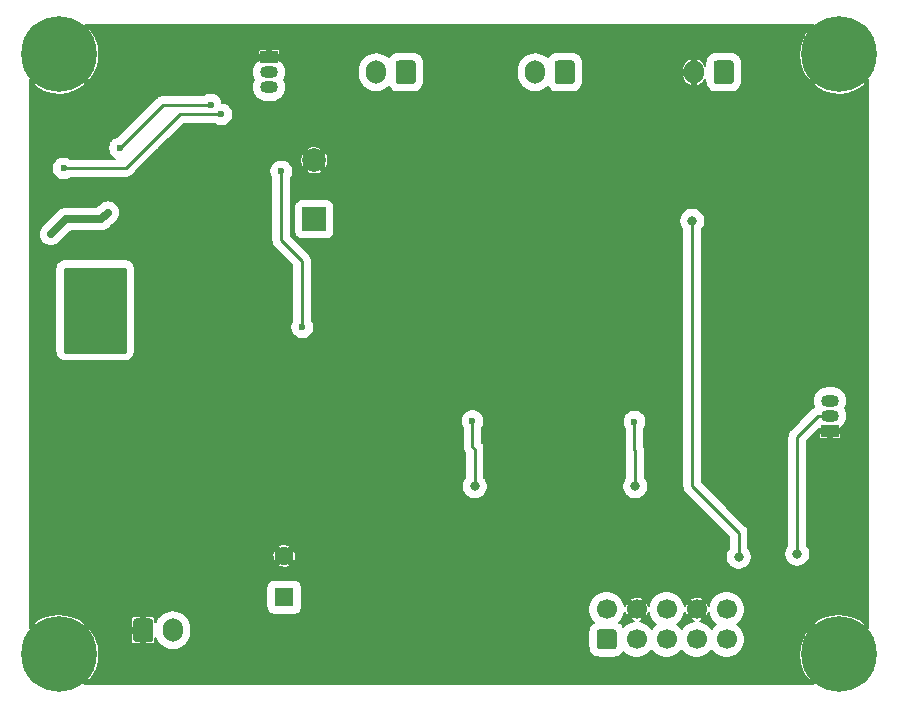
<source format=gbr>
%TF.GenerationSoftware,KiCad,Pcbnew,(5.1.6)-1*%
%TF.CreationDate,2020-11-03T02:47:29-08:00*%
%TF.ProjectId,Power Board V2,506f7765-7220-4426-9f61-72642056322e,rev?*%
%TF.SameCoordinates,Original*%
%TF.FileFunction,Copper,L2,Bot*%
%TF.FilePolarity,Positive*%
%FSLAX46Y46*%
G04 Gerber Fmt 4.6, Leading zero omitted, Abs format (unit mm)*
G04 Created by KiCad (PCBNEW (5.1.6)-1) date 2020-11-03 02:47:29*
%MOMM*%
%LPD*%
G01*
G04 APERTURE LIST*
%TA.AperFunction,ComponentPad*%
%ADD10R,1.500000X1.050000*%
%TD*%
%TA.AperFunction,ComponentPad*%
%ADD11O,1.500000X1.050000*%
%TD*%
%TA.AperFunction,ComponentPad*%
%ADD12R,2.000000X2.000000*%
%TD*%
%TA.AperFunction,ComponentPad*%
%ADD13C,2.000000*%
%TD*%
%TA.AperFunction,ComponentPad*%
%ADD14O,1.700000X2.000000*%
%TD*%
%TA.AperFunction,ComponentPad*%
%ADD15C,0.800000*%
%TD*%
%TA.AperFunction,ComponentPad*%
%ADD16C,6.400000*%
%TD*%
%TA.AperFunction,ComponentPad*%
%ADD17R,1.600000X1.600000*%
%TD*%
%TA.AperFunction,ComponentPad*%
%ADD18C,1.600000*%
%TD*%
%TA.AperFunction,ComponentPad*%
%ADD19C,1.700000*%
%TD*%
%TA.AperFunction,ViaPad*%
%ADD20C,0.800000*%
%TD*%
%TA.AperFunction,ViaPad*%
%ADD21C,0.600000*%
%TD*%
%TA.AperFunction,ViaPad*%
%ADD22C,0.900000*%
%TD*%
%TA.AperFunction,Conductor*%
%ADD23C,0.250000*%
%TD*%
%TA.AperFunction,Conductor*%
%ADD24C,0.635000*%
%TD*%
%TA.AperFunction,Conductor*%
%ADD25C,0.381000*%
%TD*%
%TA.AperFunction,Conductor*%
%ADD26C,0.127000*%
%TD*%
G04 APERTURE END LIST*
D10*
%TO.P,Q1,1*%
%TO.N,GNDA*%
X124460000Y-78994000D03*
D11*
%TO.P,Q1,3*%
%TO.N,Net-(IC1-Pad2)*%
X124460000Y-81534000D03*
%TO.P,Q1,2*%
%TO.N,PWR_EN*%
X124460000Y-80264000D03*
%TD*%
D12*
%TO.P,C23,1*%
%TO.N,/+22V*%
X128270000Y-92710000D03*
D13*
%TO.P,C23,2*%
%TO.N,GNDA*%
X128270000Y-87710000D03*
%TD*%
D11*
%TO.P,Q3,2*%
%TO.N,FAN_CTRL*%
X171958000Y-109347000D03*
%TO.P,Q3,3*%
%TO.N,Net-(Q3-Pad3)*%
X171958000Y-108077000D03*
D10*
%TO.P,Q3,1*%
%TO.N,GNDA*%
X171958000Y-110617000D03*
%TD*%
%TO.P,J1,1*%
%TO.N,GNDA*%
%TA.AperFunction,ComponentPad*%
G36*
G01*
X112942000Y-128258000D02*
X112942000Y-126758000D01*
G75*
G02*
X113192000Y-126508000I250000J0D01*
G01*
X114392000Y-126508000D01*
G75*
G02*
X114642000Y-126758000I0J-250000D01*
G01*
X114642000Y-128258000D01*
G75*
G02*
X114392000Y-128508000I-250000J0D01*
G01*
X113192000Y-128508000D01*
G75*
G02*
X112942000Y-128258000I0J250000D01*
G01*
G37*
%TD.AperFunction*%
D14*
%TO.P,J1,2*%
%TO.N,VIN*%
X116292000Y-127508000D03*
%TD*%
%TO.P,J3,1*%
%TO.N,/Warm White Driver/LED+*%
%TA.AperFunction,ComponentPad*%
G36*
G01*
X136867000Y-79514000D02*
X136867000Y-81014000D01*
G75*
G02*
X136617000Y-81264000I-250000J0D01*
G01*
X135417000Y-81264000D01*
G75*
G02*
X135167000Y-81014000I0J250000D01*
G01*
X135167000Y-79514000D01*
G75*
G02*
X135417000Y-79264000I250000J0D01*
G01*
X136617000Y-79264000D01*
G75*
G02*
X136867000Y-79514000I0J-250000D01*
G01*
G37*
%TD.AperFunction*%
%TO.P,J3,2*%
%TO.N,/Warm White Driver/LED-*%
X133517000Y-80264000D03*
%TD*%
%TO.P,J4,2*%
%TO.N,/Cold White Driver/LED-*%
X146979000Y-80264000D03*
%TO.P,J4,1*%
%TO.N,/Cold White Driver/LED+*%
%TA.AperFunction,ComponentPad*%
G36*
G01*
X150329000Y-79514000D02*
X150329000Y-81014000D01*
G75*
G02*
X150079000Y-81264000I-250000J0D01*
G01*
X148879000Y-81264000D01*
G75*
G02*
X148629000Y-81014000I0J250000D01*
G01*
X148629000Y-79514000D01*
G75*
G02*
X148879000Y-79264000I250000J0D01*
G01*
X150079000Y-79264000D01*
G75*
G02*
X150329000Y-79514000I0J-250000D01*
G01*
G37*
%TD.AperFunction*%
%TD*%
%TO.P,J2,1*%
%TO.N,/PWM Fan Control/FAN*%
%TA.AperFunction,ComponentPad*%
G36*
G01*
X163791000Y-79514000D02*
X163791000Y-81014000D01*
G75*
G02*
X163541000Y-81264000I-250000J0D01*
G01*
X162341000Y-81264000D01*
G75*
G02*
X162091000Y-81014000I0J250000D01*
G01*
X162091000Y-79514000D01*
G75*
G02*
X162341000Y-79264000I250000J0D01*
G01*
X163541000Y-79264000D01*
G75*
G02*
X163791000Y-79514000I0J-250000D01*
G01*
G37*
%TD.AperFunction*%
%TO.P,J2,2*%
%TO.N,GNDA*%
X160441000Y-80264000D03*
%TD*%
D15*
%TO.P,H1,1*%
%TO.N,GNDA*%
X108377056Y-77042944D03*
X106680000Y-76340000D03*
X104982944Y-77042944D03*
X104280000Y-78740000D03*
X104982944Y-80437056D03*
X106680000Y-81140000D03*
X108377056Y-80437056D03*
X109080000Y-78740000D03*
D16*
X106680000Y-78740000D03*
%TD*%
%TO.P,H2,1*%
%TO.N,GNDA*%
X172720000Y-129540000D03*
D15*
X175120000Y-129540000D03*
X174417056Y-131237056D03*
X172720000Y-131940000D03*
X171022944Y-131237056D03*
X170320000Y-129540000D03*
X171022944Y-127842944D03*
X172720000Y-127140000D03*
X174417056Y-127842944D03*
%TD*%
%TO.P,H3,1*%
%TO.N,GNDA*%
X174417056Y-77042944D03*
X172720000Y-76340000D03*
X171022944Y-77042944D03*
X170320000Y-78740000D03*
X171022944Y-80437056D03*
X172720000Y-81140000D03*
X174417056Y-80437056D03*
X175120000Y-78740000D03*
D16*
X172720000Y-78740000D03*
%TD*%
%TO.P,H4,1*%
%TO.N,GNDA*%
X106680000Y-129540000D03*
D15*
X109080000Y-129540000D03*
X108377056Y-131237056D03*
X106680000Y-131940000D03*
X104982944Y-131237056D03*
X104280000Y-129540000D03*
X104982944Y-127842944D03*
X106680000Y-127140000D03*
X108377056Y-127842944D03*
%TD*%
D17*
%TO.P,C1,1*%
%TO.N,VIN*%
X125730000Y-124714000D03*
D18*
%TO.P,C1,2*%
%TO.N,GNDA*%
X125730000Y-121214000D03*
%TD*%
%TO.P,J5,1*%
%TO.N,+5V*%
%TA.AperFunction,ComponentPad*%
G36*
G01*
X153635000Y-129120000D02*
X152435000Y-129120000D01*
G75*
G02*
X152185000Y-128870000I0J250000D01*
G01*
X152185000Y-127670000D01*
G75*
G02*
X152435000Y-127420000I250000J0D01*
G01*
X153635000Y-127420000D01*
G75*
G02*
X153885000Y-127670000I0J-250000D01*
G01*
X153885000Y-128870000D01*
G75*
G02*
X153635000Y-129120000I-250000J0D01*
G01*
G37*
%TD.AperFunction*%
D19*
%TO.P,J5,3*%
%TO.N,VOUT_FB*%
X155575000Y-128270000D03*
%TO.P,J5,5*%
%TO.N,PWR_EN*%
X158115000Y-128270000D03*
%TO.P,J5,7*%
%TO.N,BLUE_CTRL*%
X160655000Y-128270000D03*
%TO.P,J5,9*%
%TO.N,FAN_CTRL*%
X163195000Y-128270000D03*
%TO.P,J5,2*%
%TO.N,VIN_FB*%
X153035000Y-125730000D03*
%TO.P,J5,4*%
%TO.N,GNDA*%
X155575000Y-125730000D03*
%TO.P,J5,6*%
%TO.N,YELLOW_CTRL*%
X158115000Y-125730000D03*
%TO.P,J5,8*%
%TO.N,GNDA*%
X160655000Y-125730000D03*
%TO.P,J5,10*%
%TO.N,FAN_FB*%
X163195000Y-125730000D03*
%TD*%
D20*
%TO.N,Net-(Q2-Pad1)*%
X107823000Y-99695000D03*
X107823000Y-101092000D03*
X109093000Y-101092000D03*
X109093000Y-99695000D03*
X110363000Y-99695000D03*
X110363000Y-101092000D03*
X111633000Y-101092000D03*
X111633000Y-99695000D03*
%TO.N,GNDA*%
X165100000Y-118110000D03*
X159766000Y-83820000D03*
D21*
%TO.N,Net-(C8-Pad1)*%
X107061000Y-88392000D03*
X120396000Y-83820000D03*
%TO.N,Net-(IC1-Pad2)*%
X119507000Y-82994500D03*
X111823500Y-86677500D03*
%TO.N,VIN*%
X105981500Y-93980000D03*
X110807500Y-92138500D03*
%TO.N,PWR_EN*%
X127254000Y-101854000D03*
X125476000Y-88646000D03*
D20*
%TO.N,FAN_CTRL*%
X169164000Y-121031000D03*
%TO.N,YELLOW_CTRL*%
X141859000Y-115316000D03*
D21*
X141666000Y-109794000D03*
D20*
%TO.N,FAN_FB*%
X160274000Y-92837000D03*
%TO.N,BLUE_CTRL*%
X155448000Y-115316000D03*
D21*
X155382000Y-109857500D03*
D22*
%TO.N,GNDA*%
X114935000Y-114046000D03*
X113030000Y-114046000D03*
X111125000Y-114046000D03*
X109220000Y-114046000D03*
X116840000Y-114046000D03*
X118745000Y-114046000D03*
X120650000Y-114046000D03*
D21*
X155486100Y-101041200D03*
X152438100Y-101041200D03*
X153454100Y-101041200D03*
X154470100Y-101041200D03*
X154305000Y-109347000D03*
X154305000Y-110363000D03*
D20*
X137541000Y-121983500D03*
X145097500Y-129921000D03*
X135128000Y-129286000D03*
X161290000Y-118110000D03*
X169926000Y-106934000D03*
X162052000Y-98171000D03*
X163576000Y-93599000D03*
D21*
X141732000Y-101028500D03*
X138684000Y-101028500D03*
X139700000Y-101028500D03*
X140716000Y-101028500D03*
X140589000Y-109283500D03*
X140589000Y-110299500D03*
X125730000Y-108712000D03*
X119062500Y-98742500D03*
X120332500Y-98742500D03*
X121602500Y-98742500D03*
X122872500Y-98742500D03*
X119062500Y-100647500D03*
X120332500Y-100647500D03*
X121602500Y-100647500D03*
X122872500Y-100647500D03*
X113474500Y-96837500D03*
X114554000Y-96837500D03*
X115316000Y-94424500D03*
X116395500Y-94424500D03*
X116395500Y-95504000D03*
X115316000Y-95504000D03*
X116840000Y-85852000D03*
D22*
X109220000Y-116205000D03*
X111125000Y-116205000D03*
X111125000Y-118110000D03*
X109220000Y-118110000D03*
X109220000Y-120015000D03*
X111125000Y-120015000D03*
X111125000Y-121920000D03*
X109220000Y-121920000D03*
X109220000Y-123825000D03*
X111125000Y-123825000D03*
D20*
X166878000Y-115443000D03*
X130556000Y-131572000D03*
%TO.N,FAN_FB*%
X164211000Y-121285000D03*
%TD*%
D23*
%TO.N,Net-(C8-Pad1)*%
X112295498Y-88392000D02*
X107188000Y-88392000D01*
X116867498Y-83820000D02*
X112295498Y-88392000D01*
X120396000Y-83820000D02*
X116867498Y-83820000D01*
%TO.N,Net-(IC1-Pad2)*%
X115506500Y-82994500D02*
X111823500Y-86677500D01*
X119507000Y-82994500D02*
X115506500Y-82994500D01*
D24*
%TO.N,VIN*%
X110807500Y-92138500D02*
X110236000Y-92710000D01*
X107251500Y-92710000D02*
X105981500Y-93980000D01*
X110236000Y-92710000D02*
X107251500Y-92710000D01*
D23*
%TO.N,PWR_EN*%
X127254000Y-96266000D02*
X125476000Y-94488000D01*
X127254000Y-101854000D02*
X127254000Y-96266000D01*
X125476000Y-94488000D02*
X125476000Y-88646000D01*
%TO.N,FAN_CTRL*%
X170958000Y-109347000D02*
X169164000Y-111141000D01*
X171958000Y-109347000D02*
X170958000Y-109347000D01*
X169164000Y-111141000D02*
X169164000Y-121031000D01*
%TO.N,YELLOW_CTRL*%
X141666000Y-115123000D02*
X141859000Y-115316000D01*
X141666000Y-109794000D02*
X141666000Y-111948000D01*
X141859000Y-112141000D02*
X141859000Y-115316000D01*
X141666000Y-111948000D02*
X141859000Y-112141000D01*
%TO.N,FAN_FB*%
X160274000Y-115316000D02*
X160274000Y-110363000D01*
X160274000Y-110363000D02*
X160274000Y-92837000D01*
X160274000Y-115316000D02*
X164211000Y-119253000D01*
%TO.N,BLUE_CTRL*%
X155382000Y-115250000D02*
X155448000Y-115316000D01*
X155382000Y-109857500D02*
X155382000Y-112207000D01*
X155448000Y-112273000D02*
X155448000Y-115316000D01*
X155382000Y-112207000D02*
X155448000Y-112273000D01*
%TO.N,FAN_FB*%
X164211000Y-121285000D02*
X164211000Y-119253000D01*
%TD*%
D25*
%TO.N,Net-(Q2-Pad1)*%
G36*
X112204500Y-103822500D02*
G01*
X107251500Y-103822500D01*
X107251500Y-96964500D01*
X112204500Y-96964500D01*
X112204500Y-103822500D01*
G37*
X112204500Y-103822500D02*
X107251500Y-103822500D01*
X107251500Y-96964500D01*
X112204500Y-96964500D01*
X112204500Y-103822500D01*
D26*
%TO.N,GNDA*%
G36*
X170796031Y-76546623D02*
G01*
X170796031Y-76546624D01*
X171022944Y-76773536D01*
X171292352Y-77042944D01*
X171519264Y-77269857D01*
X171519265Y-77269857D01*
X172720000Y-78470592D01*
X172734142Y-78456450D01*
X173003550Y-78725858D01*
X172989408Y-78740000D01*
X174190143Y-79940735D01*
X174190143Y-79940736D01*
X174417056Y-80167648D01*
X174686464Y-80437056D01*
X174913376Y-80663969D01*
X174913377Y-80663969D01*
X175196500Y-80947092D01*
X175196500Y-127332908D01*
X174913377Y-127616031D01*
X174913376Y-127616031D01*
X174799327Y-127730081D01*
X174417056Y-128112352D01*
X174190143Y-128339264D01*
X174190143Y-128339265D01*
X172989408Y-129540000D01*
X173003550Y-129554142D01*
X172734142Y-129823550D01*
X172720000Y-129809408D01*
X171519265Y-131010143D01*
X171519264Y-131010143D01*
X171354615Y-131174793D01*
X171022944Y-131506464D01*
X170796031Y-131733376D01*
X170796031Y-131733377D01*
X170512908Y-132016500D01*
X108887092Y-132016500D01*
X108603969Y-131733377D01*
X108603969Y-131733376D01*
X108377056Y-131506464D01*
X108045385Y-131174793D01*
X107880736Y-131010143D01*
X107880735Y-131010143D01*
X106680000Y-129809408D01*
X106665858Y-129823550D01*
X106396450Y-129554142D01*
X106410592Y-129540000D01*
X106949408Y-129540000D01*
X108150143Y-130740735D01*
X108150143Y-130740736D01*
X108377056Y-130967648D01*
X108646464Y-131237056D01*
X108873376Y-131463969D01*
X108873377Y-131463969D01*
X109186251Y-131776843D01*
X109543905Y-131385278D01*
X109848871Y-130791102D01*
X110032060Y-130148847D01*
X110086431Y-129483193D01*
X110009895Y-128819723D01*
X109909630Y-128508000D01*
X112750578Y-128508000D01*
X112754256Y-128545345D01*
X112765149Y-128581254D01*
X112782838Y-128614348D01*
X112806644Y-128643356D01*
X112835652Y-128667162D01*
X112868746Y-128684851D01*
X112904655Y-128695744D01*
X112942000Y-128699422D01*
X113553875Y-128698500D01*
X113601500Y-128650875D01*
X113601500Y-127698500D01*
X112799125Y-127698500D01*
X112751500Y-127746125D01*
X112750578Y-128508000D01*
X109909630Y-128508000D01*
X109805394Y-128183933D01*
X109543905Y-127694722D01*
X109186251Y-127303157D01*
X108873377Y-127616031D01*
X108873376Y-127616031D01*
X108759327Y-127730081D01*
X108377056Y-128112352D01*
X108150143Y-128339264D01*
X108150143Y-128339265D01*
X106949408Y-129540000D01*
X106410592Y-129540000D01*
X105209857Y-128339265D01*
X105209857Y-128339264D01*
X104982944Y-128112352D01*
X104600673Y-127730081D01*
X104486624Y-127616031D01*
X104486623Y-127616031D01*
X104203500Y-127332908D01*
X104203500Y-127033749D01*
X104443157Y-127033749D01*
X104756031Y-127346623D01*
X104756031Y-127346624D01*
X104982944Y-127573536D01*
X105252352Y-127842944D01*
X105479264Y-128069857D01*
X105479265Y-128069857D01*
X106680000Y-129270592D01*
X107880735Y-128069857D01*
X107880736Y-128069857D01*
X108107648Y-127842944D01*
X108377056Y-127573536D01*
X108603969Y-127346624D01*
X108603969Y-127346623D01*
X108916843Y-127033749D01*
X108525278Y-126676095D01*
X108197773Y-126508000D01*
X112750578Y-126508000D01*
X112751500Y-127269875D01*
X112799125Y-127317500D01*
X113601500Y-127317500D01*
X113601500Y-126365125D01*
X113982500Y-126365125D01*
X113982500Y-127317500D01*
X114002500Y-127317500D01*
X114002500Y-127698500D01*
X113982500Y-127698500D01*
X113982500Y-128650875D01*
X114030125Y-128698500D01*
X114642000Y-128699422D01*
X114679345Y-128695744D01*
X114715254Y-128684851D01*
X114748348Y-128667162D01*
X114777356Y-128643356D01*
X114801162Y-128614348D01*
X114818851Y-128581254D01*
X114829744Y-128545345D01*
X114833422Y-128508000D01*
X114833028Y-128182832D01*
X114854451Y-128253452D01*
X114998240Y-128522463D01*
X115191748Y-128758252D01*
X115427538Y-128951760D01*
X115696549Y-129095549D01*
X115988442Y-129184094D01*
X116292000Y-129213992D01*
X116595559Y-129184094D01*
X116887452Y-129095549D01*
X117156463Y-128951760D01*
X117392252Y-128758252D01*
X117585760Y-128522463D01*
X117729549Y-128253451D01*
X117818094Y-127961558D01*
X117840500Y-127734066D01*
X117840500Y-127670000D01*
X151483121Y-127670000D01*
X151483121Y-128870000D01*
X151501411Y-129055702D01*
X151555578Y-129234268D01*
X151643542Y-129398836D01*
X151761920Y-129543080D01*
X151906164Y-129661458D01*
X152070732Y-129749422D01*
X152249298Y-129803589D01*
X152435000Y-129821879D01*
X153635000Y-129821879D01*
X153820702Y-129803589D01*
X153999268Y-129749422D01*
X154163836Y-129661458D01*
X154308080Y-129543080D01*
X154426458Y-129398836D01*
X154456925Y-129341836D01*
X154587888Y-129472799D01*
X154841510Y-129642263D01*
X155123319Y-129758992D01*
X155422486Y-129818500D01*
X155727514Y-129818500D01*
X156026681Y-129758992D01*
X156308490Y-129642263D01*
X156562112Y-129472799D01*
X156777799Y-129257112D01*
X156845000Y-129156538D01*
X156912201Y-129257112D01*
X157127888Y-129472799D01*
X157381510Y-129642263D01*
X157663319Y-129758992D01*
X157962486Y-129818500D01*
X158267514Y-129818500D01*
X158566681Y-129758992D01*
X158848490Y-129642263D01*
X159102112Y-129472799D01*
X159317799Y-129257112D01*
X159385000Y-129156538D01*
X159452201Y-129257112D01*
X159667888Y-129472799D01*
X159921510Y-129642263D01*
X160203319Y-129758992D01*
X160502486Y-129818500D01*
X160807514Y-129818500D01*
X161106681Y-129758992D01*
X161388490Y-129642263D01*
X161642112Y-129472799D01*
X161857799Y-129257112D01*
X161925000Y-129156538D01*
X161992201Y-129257112D01*
X162207888Y-129472799D01*
X162461510Y-129642263D01*
X162743319Y-129758992D01*
X163042486Y-129818500D01*
X163347514Y-129818500D01*
X163646681Y-129758992D01*
X163928490Y-129642263D01*
X163996520Y-129596807D01*
X169313569Y-129596807D01*
X169390105Y-130260277D01*
X169594606Y-130896067D01*
X169856095Y-131385278D01*
X170213749Y-131776843D01*
X170526623Y-131463969D01*
X170526624Y-131463969D01*
X170753536Y-131237056D01*
X171022944Y-130967648D01*
X171249857Y-130740736D01*
X171249857Y-130740735D01*
X172450592Y-129540000D01*
X171249857Y-128339265D01*
X171249857Y-128339264D01*
X171022944Y-128112352D01*
X170640673Y-127730081D01*
X170526624Y-127616031D01*
X170526623Y-127616031D01*
X170213749Y-127303157D01*
X169856095Y-127694722D01*
X169551129Y-128288898D01*
X169367940Y-128931153D01*
X169313569Y-129596807D01*
X163996520Y-129596807D01*
X164182112Y-129472799D01*
X164397799Y-129257112D01*
X164567263Y-129003490D01*
X164683992Y-128721681D01*
X164743500Y-128422514D01*
X164743500Y-128117486D01*
X164683992Y-127818319D01*
X164567263Y-127536510D01*
X164397799Y-127282888D01*
X164182112Y-127067201D01*
X164132048Y-127033749D01*
X170483157Y-127033749D01*
X170796031Y-127346623D01*
X170796031Y-127346624D01*
X171022944Y-127573536D01*
X171292352Y-127842944D01*
X171519264Y-128069857D01*
X171519265Y-128069857D01*
X172720000Y-129270592D01*
X173920735Y-128069857D01*
X173920736Y-128069857D01*
X174147648Y-127842944D01*
X174417056Y-127573536D01*
X174643969Y-127346624D01*
X174643969Y-127346623D01*
X174956843Y-127033749D01*
X174565278Y-126676095D01*
X173971102Y-126371129D01*
X173328847Y-126187940D01*
X172663193Y-126133569D01*
X171999723Y-126210105D01*
X171363933Y-126414606D01*
X170874722Y-126676095D01*
X170483157Y-127033749D01*
X164132048Y-127033749D01*
X164081538Y-127000000D01*
X164182112Y-126932799D01*
X164397799Y-126717112D01*
X164567263Y-126463490D01*
X164683992Y-126181681D01*
X164743500Y-125882514D01*
X164743500Y-125577486D01*
X164683992Y-125278319D01*
X164567263Y-124996510D01*
X164397799Y-124742888D01*
X164182112Y-124527201D01*
X163928490Y-124357737D01*
X163646681Y-124241008D01*
X163347514Y-124181500D01*
X163042486Y-124181500D01*
X162743319Y-124241008D01*
X162461510Y-124357737D01*
X162207888Y-124527201D01*
X161992201Y-124742888D01*
X161822737Y-124996510D01*
X161706008Y-125278319D01*
X161665503Y-125481951D01*
X161640576Y-125381025D01*
X161598670Y-125279855D01*
X161482356Y-125172052D01*
X160924408Y-125730000D01*
X161482356Y-126287948D01*
X161598670Y-126180145D01*
X161667715Y-125989170D01*
X161706008Y-126181681D01*
X161822737Y-126463490D01*
X161992201Y-126717112D01*
X162207888Y-126932799D01*
X162308462Y-127000000D01*
X162207888Y-127067201D01*
X161992201Y-127282888D01*
X161925000Y-127383462D01*
X161857799Y-127282888D01*
X161642112Y-127067201D01*
X161388490Y-126897737D01*
X161106681Y-126781008D01*
X160903049Y-126740503D01*
X161003975Y-126715576D01*
X161105145Y-126673670D01*
X161212948Y-126557356D01*
X160655000Y-125999408D01*
X160097052Y-126557356D01*
X160204855Y-126673670D01*
X160395830Y-126742715D01*
X160203319Y-126781008D01*
X159921510Y-126897737D01*
X159667888Y-127067201D01*
X159452201Y-127282888D01*
X159385000Y-127383462D01*
X159317799Y-127282888D01*
X159102112Y-127067201D01*
X159001538Y-127000000D01*
X159102112Y-126932799D01*
X159317799Y-126717112D01*
X159487263Y-126463490D01*
X159603992Y-126181681D01*
X159644497Y-125978049D01*
X159669424Y-126078975D01*
X159711330Y-126180145D01*
X159827644Y-126287948D01*
X160385592Y-125730000D01*
X159827644Y-125172052D01*
X159711330Y-125279855D01*
X159642285Y-125470830D01*
X159603992Y-125278319D01*
X159487263Y-124996510D01*
X159424545Y-124902644D01*
X160097052Y-124902644D01*
X160655000Y-125460592D01*
X161212948Y-124902644D01*
X161105145Y-124786330D01*
X160912395Y-124716643D01*
X160709753Y-124685899D01*
X160505007Y-124695279D01*
X160306025Y-124744424D01*
X160204855Y-124786330D01*
X160097052Y-124902644D01*
X159424545Y-124902644D01*
X159317799Y-124742888D01*
X159102112Y-124527201D01*
X158848490Y-124357737D01*
X158566681Y-124241008D01*
X158267514Y-124181500D01*
X157962486Y-124181500D01*
X157663319Y-124241008D01*
X157381510Y-124357737D01*
X157127888Y-124527201D01*
X156912201Y-124742888D01*
X156742737Y-124996510D01*
X156626008Y-125278319D01*
X156585503Y-125481951D01*
X156560576Y-125381025D01*
X156518670Y-125279855D01*
X156402356Y-125172052D01*
X155844408Y-125730000D01*
X156402356Y-126287948D01*
X156518670Y-126180145D01*
X156587715Y-125989170D01*
X156626008Y-126181681D01*
X156742737Y-126463490D01*
X156912201Y-126717112D01*
X157127888Y-126932799D01*
X157228462Y-127000000D01*
X157127888Y-127067201D01*
X156912201Y-127282888D01*
X156845000Y-127383462D01*
X156777799Y-127282888D01*
X156562112Y-127067201D01*
X156308490Y-126897737D01*
X156026681Y-126781008D01*
X155823049Y-126740503D01*
X155923975Y-126715576D01*
X156025145Y-126673670D01*
X156132948Y-126557356D01*
X155575000Y-125999408D01*
X155017052Y-126557356D01*
X155124855Y-126673670D01*
X155315830Y-126742715D01*
X155123319Y-126781008D01*
X154841510Y-126897737D01*
X154587888Y-127067201D01*
X154456925Y-127198164D01*
X154426458Y-127141164D01*
X154308080Y-126996920D01*
X154163836Y-126878542D01*
X154106836Y-126848075D01*
X154237799Y-126717112D01*
X154407263Y-126463490D01*
X154523992Y-126181681D01*
X154564497Y-125978049D01*
X154589424Y-126078975D01*
X154631330Y-126180145D01*
X154747644Y-126287948D01*
X155305592Y-125730000D01*
X154747644Y-125172052D01*
X154631330Y-125279855D01*
X154562285Y-125470830D01*
X154523992Y-125278319D01*
X154407263Y-124996510D01*
X154344545Y-124902644D01*
X155017052Y-124902644D01*
X155575000Y-125460592D01*
X156132948Y-124902644D01*
X156025145Y-124786330D01*
X155832395Y-124716643D01*
X155629753Y-124685899D01*
X155425007Y-124695279D01*
X155226025Y-124744424D01*
X155124855Y-124786330D01*
X155017052Y-124902644D01*
X154344545Y-124902644D01*
X154237799Y-124742888D01*
X154022112Y-124527201D01*
X153768490Y-124357737D01*
X153486681Y-124241008D01*
X153187514Y-124181500D01*
X152882486Y-124181500D01*
X152583319Y-124241008D01*
X152301510Y-124357737D01*
X152047888Y-124527201D01*
X151832201Y-124742888D01*
X151662737Y-124996510D01*
X151546008Y-125278319D01*
X151486500Y-125577486D01*
X151486500Y-125882514D01*
X151546008Y-126181681D01*
X151662737Y-126463490D01*
X151832201Y-126717112D01*
X151963164Y-126848075D01*
X151906164Y-126878542D01*
X151761920Y-126996920D01*
X151643542Y-127141164D01*
X151555578Y-127305732D01*
X151501411Y-127484298D01*
X151483121Y-127670000D01*
X117840500Y-127670000D01*
X117840500Y-127281933D01*
X117818094Y-127054441D01*
X117729549Y-126762548D01*
X117585760Y-126493537D01*
X117392252Y-126257748D01*
X117156462Y-126064240D01*
X116887451Y-125920451D01*
X116595558Y-125831906D01*
X116292000Y-125802008D01*
X115988441Y-125831906D01*
X115696548Y-125920451D01*
X115427537Y-126064240D01*
X115191748Y-126257748D01*
X114998240Y-126493538D01*
X114854451Y-126762549D01*
X114833028Y-126833169D01*
X114833422Y-126508000D01*
X114829744Y-126470655D01*
X114818851Y-126434746D01*
X114801162Y-126401652D01*
X114777356Y-126372644D01*
X114748348Y-126348838D01*
X114715254Y-126331149D01*
X114679345Y-126320256D01*
X114642000Y-126316578D01*
X114030125Y-126317500D01*
X113982500Y-126365125D01*
X113601500Y-126365125D01*
X113553875Y-126317500D01*
X112942000Y-126316578D01*
X112904655Y-126320256D01*
X112868746Y-126331149D01*
X112835652Y-126348838D01*
X112806644Y-126372644D01*
X112782838Y-126401652D01*
X112765149Y-126434746D01*
X112754256Y-126470655D01*
X112750578Y-126508000D01*
X108197773Y-126508000D01*
X107931102Y-126371129D01*
X107288847Y-126187940D01*
X106623193Y-126133569D01*
X105959723Y-126210105D01*
X105323933Y-126414606D01*
X104834722Y-126676095D01*
X104443157Y-127033749D01*
X104203500Y-127033749D01*
X104203500Y-123914000D01*
X124228121Y-123914000D01*
X124228121Y-125514000D01*
X124241607Y-125650930D01*
X124281548Y-125782597D01*
X124346409Y-125903943D01*
X124433697Y-126010303D01*
X124540057Y-126097591D01*
X124661403Y-126162452D01*
X124793070Y-126202393D01*
X124930000Y-126215879D01*
X126530000Y-126215879D01*
X126666930Y-126202393D01*
X126798597Y-126162452D01*
X126919943Y-126097591D01*
X127026303Y-126010303D01*
X127113591Y-125903943D01*
X127178452Y-125782597D01*
X127218393Y-125650930D01*
X127231879Y-125514000D01*
X127231879Y-123914000D01*
X127218393Y-123777070D01*
X127178452Y-123645403D01*
X127113591Y-123524057D01*
X127026303Y-123417697D01*
X126919943Y-123330409D01*
X126798597Y-123265548D01*
X126666930Y-123225607D01*
X126530000Y-123212121D01*
X124930000Y-123212121D01*
X124793070Y-123225607D01*
X124661403Y-123265548D01*
X124540057Y-123330409D01*
X124433697Y-123417697D01*
X124346409Y-123524057D01*
X124281548Y-123645403D01*
X124241607Y-123777070D01*
X124228121Y-123914000D01*
X104203500Y-123914000D01*
X104203500Y-122005127D01*
X125208280Y-122005127D01*
X125309915Y-122116295D01*
X125494016Y-122180912D01*
X125687185Y-122208371D01*
X125882000Y-122197617D01*
X126070974Y-122149064D01*
X126150085Y-122116295D01*
X126251720Y-122005127D01*
X125730000Y-121483408D01*
X125208280Y-122005127D01*
X104203500Y-122005127D01*
X104203500Y-121171185D01*
X124735629Y-121171185D01*
X124746383Y-121366000D01*
X124794936Y-121554974D01*
X124827705Y-121634085D01*
X124938873Y-121735720D01*
X125460592Y-121214000D01*
X125999408Y-121214000D01*
X126521127Y-121735720D01*
X126632295Y-121634085D01*
X126696912Y-121449984D01*
X126724371Y-121256815D01*
X126713617Y-121062000D01*
X126665064Y-120873026D01*
X126632295Y-120793915D01*
X126521127Y-120692280D01*
X125999408Y-121214000D01*
X125460592Y-121214000D01*
X124938873Y-120692280D01*
X124827705Y-120793915D01*
X124763088Y-120978016D01*
X124735629Y-121171185D01*
X104203500Y-121171185D01*
X104203500Y-120422873D01*
X125208280Y-120422873D01*
X125730000Y-120944592D01*
X126251720Y-120422873D01*
X126150085Y-120311705D01*
X125965984Y-120247088D01*
X125772815Y-120219629D01*
X125578000Y-120230383D01*
X125389026Y-120278936D01*
X125309915Y-120311705D01*
X125208280Y-120422873D01*
X104203500Y-120422873D01*
X104203500Y-109695656D01*
X140667500Y-109695656D01*
X140667500Y-109892344D01*
X140705872Y-110085252D01*
X140781141Y-110266967D01*
X140842500Y-110358797D01*
X140842501Y-111907543D01*
X140838516Y-111948000D01*
X140854417Y-112109434D01*
X140901505Y-112264665D01*
X140956971Y-112368434D01*
X140977973Y-112407725D01*
X141035500Y-112477823D01*
X141035501Y-114585985D01*
X141005739Y-114615747D01*
X140885522Y-114795665D01*
X140802715Y-114995579D01*
X140760500Y-115207807D01*
X140760500Y-115424193D01*
X140802715Y-115636421D01*
X140885522Y-115836335D01*
X141005739Y-116016253D01*
X141158747Y-116169261D01*
X141338665Y-116289478D01*
X141538579Y-116372285D01*
X141750807Y-116414500D01*
X141967193Y-116414500D01*
X142179421Y-116372285D01*
X142379335Y-116289478D01*
X142559253Y-116169261D01*
X142712261Y-116016253D01*
X142832478Y-115836335D01*
X142915285Y-115636421D01*
X142957500Y-115424193D01*
X142957500Y-115207807D01*
X154349500Y-115207807D01*
X154349500Y-115424193D01*
X154391715Y-115636421D01*
X154474522Y-115836335D01*
X154594739Y-116016253D01*
X154747747Y-116169261D01*
X154927665Y-116289478D01*
X155127579Y-116372285D01*
X155339807Y-116414500D01*
X155556193Y-116414500D01*
X155768421Y-116372285D01*
X155968335Y-116289478D01*
X156148253Y-116169261D01*
X156301261Y-116016253D01*
X156421478Y-115836335D01*
X156504285Y-115636421D01*
X156546500Y-115424193D01*
X156546500Y-115207807D01*
X156504285Y-114995579D01*
X156421478Y-114795665D01*
X156301261Y-114615747D01*
X156271500Y-114585986D01*
X156271500Y-112313447D01*
X156275484Y-112272999D01*
X156271500Y-112232550D01*
X156259584Y-112111566D01*
X156212496Y-111956336D01*
X156205500Y-111943247D01*
X156205500Y-110422297D01*
X156266859Y-110330467D01*
X156342128Y-110148752D01*
X156380500Y-109955844D01*
X156380500Y-109759156D01*
X156342128Y-109566248D01*
X156266859Y-109384533D01*
X156157585Y-109220994D01*
X156018506Y-109081915D01*
X155854967Y-108972641D01*
X155673252Y-108897372D01*
X155480344Y-108859000D01*
X155283656Y-108859000D01*
X155090748Y-108897372D01*
X154909033Y-108972641D01*
X154745494Y-109081915D01*
X154606415Y-109220994D01*
X154497141Y-109384533D01*
X154421872Y-109566248D01*
X154383500Y-109759156D01*
X154383500Y-109955844D01*
X154421872Y-110148752D01*
X154497141Y-110330467D01*
X154558500Y-110422297D01*
X154558501Y-112166543D01*
X154554516Y-112207000D01*
X154570417Y-112368434D01*
X154617505Y-112523665D01*
X154622559Y-112533120D01*
X154624500Y-112536751D01*
X154624501Y-114585985D01*
X154594739Y-114615747D01*
X154474522Y-114795665D01*
X154391715Y-114995579D01*
X154349500Y-115207807D01*
X142957500Y-115207807D01*
X142915285Y-114995579D01*
X142832478Y-114795665D01*
X142712261Y-114615747D01*
X142682500Y-114585986D01*
X142682500Y-112181447D01*
X142686484Y-112140999D01*
X142677084Y-112045566D01*
X142670584Y-111979566D01*
X142623496Y-111824336D01*
X142547028Y-111681275D01*
X142489500Y-111611176D01*
X142489500Y-110358797D01*
X142550859Y-110266967D01*
X142626128Y-110085252D01*
X142664500Y-109892344D01*
X142664500Y-109695656D01*
X142626128Y-109502748D01*
X142550859Y-109321033D01*
X142441585Y-109157494D01*
X142302506Y-109018415D01*
X142138967Y-108909141D01*
X141957252Y-108833872D01*
X141764344Y-108795500D01*
X141567656Y-108795500D01*
X141374748Y-108833872D01*
X141193033Y-108909141D01*
X141029494Y-109018415D01*
X140890415Y-109157494D01*
X140781141Y-109321033D01*
X140705872Y-109502748D01*
X140667500Y-109695656D01*
X104203500Y-109695656D01*
X104203500Y-96901000D01*
X106362500Y-96901000D01*
X106362500Y-103886000D01*
X106386301Y-104066787D01*
X106403316Y-104130287D01*
X106432685Y-104216804D01*
X106497233Y-104337566D01*
X106584101Y-104443414D01*
X106630586Y-104489899D01*
X106699278Y-104550141D01*
X106815559Y-104622450D01*
X106943713Y-104670684D01*
X107007213Y-104687699D01*
X107188000Y-104711500D01*
X112268000Y-104711500D01*
X112448787Y-104687699D01*
X112512287Y-104670684D01*
X112598804Y-104641315D01*
X112719566Y-104576767D01*
X112825414Y-104489899D01*
X112871899Y-104443414D01*
X112932141Y-104374722D01*
X113004450Y-104258441D01*
X113052684Y-104130287D01*
X113069699Y-104066787D01*
X113093500Y-103886000D01*
X113093500Y-96901000D01*
X113069699Y-96720213D01*
X113052684Y-96656713D01*
X113023315Y-96570196D01*
X112958767Y-96449434D01*
X112871899Y-96343586D01*
X112825414Y-96297101D01*
X112756722Y-96236859D01*
X112640441Y-96164550D01*
X112512287Y-96116316D01*
X112448787Y-96099301D01*
X112268000Y-96075500D01*
X107188000Y-96075500D01*
X107007213Y-96099301D01*
X106943713Y-96116316D01*
X106857196Y-96145685D01*
X106736434Y-96210233D01*
X106630586Y-96297101D01*
X106584101Y-96343586D01*
X106523859Y-96412278D01*
X106451550Y-96528559D01*
X106403316Y-96656713D01*
X106386301Y-96720213D01*
X106362500Y-96901000D01*
X104203500Y-96901000D01*
X104203500Y-93980000D01*
X104960585Y-93980000D01*
X104980202Y-94179170D01*
X105038299Y-94370687D01*
X105132641Y-94547189D01*
X105259605Y-94701895D01*
X105414311Y-94828859D01*
X105590813Y-94923201D01*
X105782330Y-94981298D01*
X105981500Y-95000915D01*
X106180670Y-94981298D01*
X106372187Y-94923201D01*
X106548689Y-94828859D01*
X106664634Y-94733706D01*
X107672341Y-93726000D01*
X110186098Y-93726000D01*
X110236000Y-93730915D01*
X110285902Y-93726000D01*
X110435171Y-93711298D01*
X110626687Y-93653202D01*
X110803190Y-93558860D01*
X110957896Y-93431896D01*
X110989713Y-93393127D01*
X111561206Y-92821634D01*
X111656359Y-92705690D01*
X111750701Y-92529188D01*
X111808798Y-92337671D01*
X111828415Y-92138501D01*
X111808798Y-91939330D01*
X111750701Y-91747813D01*
X111656359Y-91571311D01*
X111529395Y-91416605D01*
X111374689Y-91289641D01*
X111198187Y-91195299D01*
X111006670Y-91137202D01*
X110807499Y-91117585D01*
X110608329Y-91137202D01*
X110416812Y-91195299D01*
X110240310Y-91289641D01*
X110124366Y-91384794D01*
X109815160Y-91694000D01*
X107301393Y-91694000D01*
X107251499Y-91689086D01*
X107201605Y-91694000D01*
X107201598Y-91694000D01*
X107052329Y-91708702D01*
X106860813Y-91766798D01*
X106684310Y-91861140D01*
X106529604Y-91988104D01*
X106497793Y-92026866D01*
X105227794Y-93296866D01*
X105132641Y-93412811D01*
X105038299Y-93589313D01*
X104980202Y-93780830D01*
X104960585Y-93980000D01*
X104203500Y-93980000D01*
X104203500Y-88293656D01*
X106062500Y-88293656D01*
X106062500Y-88490344D01*
X106100872Y-88683252D01*
X106176141Y-88864967D01*
X106285415Y-89028506D01*
X106424494Y-89167585D01*
X106588033Y-89276859D01*
X106769748Y-89352128D01*
X106962656Y-89390500D01*
X107159344Y-89390500D01*
X107352252Y-89352128D01*
X107533967Y-89276859D01*
X107625797Y-89215500D01*
X112255051Y-89215500D01*
X112295498Y-89219484D01*
X112335945Y-89215500D01*
X112335948Y-89215500D01*
X112456932Y-89203584D01*
X112612162Y-89156496D01*
X112755223Y-89080028D01*
X112880618Y-88977120D01*
X112906415Y-88945686D01*
X113304445Y-88547656D01*
X124477500Y-88547656D01*
X124477500Y-88744344D01*
X124515872Y-88937252D01*
X124591141Y-89118967D01*
X124652501Y-89210798D01*
X124652500Y-94447553D01*
X124648516Y-94488000D01*
X124652500Y-94528447D01*
X124652500Y-94528449D01*
X124664416Y-94649433D01*
X124711504Y-94804663D01*
X124787972Y-94947724D01*
X124890880Y-95073120D01*
X124922313Y-95098917D01*
X126430501Y-96607106D01*
X126430500Y-101289203D01*
X126369141Y-101381033D01*
X126293872Y-101562748D01*
X126255500Y-101755656D01*
X126255500Y-101952344D01*
X126293872Y-102145252D01*
X126369141Y-102326967D01*
X126478415Y-102490506D01*
X126617494Y-102629585D01*
X126781033Y-102738859D01*
X126962748Y-102814128D01*
X127155656Y-102852500D01*
X127352344Y-102852500D01*
X127545252Y-102814128D01*
X127726967Y-102738859D01*
X127890506Y-102629585D01*
X128029585Y-102490506D01*
X128138859Y-102326967D01*
X128214128Y-102145252D01*
X128252500Y-101952344D01*
X128252500Y-101755656D01*
X128214128Y-101562748D01*
X128138859Y-101381033D01*
X128077500Y-101289203D01*
X128077500Y-96306450D01*
X128081484Y-96266000D01*
X128065584Y-96104565D01*
X128051300Y-96057477D01*
X128018496Y-95949336D01*
X127942028Y-95806275D01*
X127839120Y-95680880D01*
X127807697Y-95655092D01*
X126299500Y-94146897D01*
X126299500Y-91710000D01*
X126568121Y-91710000D01*
X126568121Y-93710000D01*
X126581607Y-93846930D01*
X126621548Y-93978597D01*
X126686409Y-94099943D01*
X126773697Y-94206303D01*
X126880057Y-94293591D01*
X127001403Y-94358452D01*
X127133070Y-94398393D01*
X127270000Y-94411879D01*
X129270000Y-94411879D01*
X129406930Y-94398393D01*
X129538597Y-94358452D01*
X129659943Y-94293591D01*
X129766303Y-94206303D01*
X129853591Y-94099943D01*
X129918452Y-93978597D01*
X129958393Y-93846930D01*
X129971879Y-93710000D01*
X129971879Y-92728807D01*
X159175500Y-92728807D01*
X159175500Y-92945193D01*
X159217715Y-93157421D01*
X159300522Y-93357335D01*
X159420739Y-93537253D01*
X159450501Y-93567015D01*
X159450500Y-110403449D01*
X159450501Y-110403459D01*
X159450500Y-115275553D01*
X159446516Y-115316000D01*
X159450500Y-115356447D01*
X159450500Y-115356449D01*
X159462416Y-115477433D01*
X159509504Y-115632663D01*
X159585972Y-115775724D01*
X159688880Y-115901120D01*
X159720314Y-115926917D01*
X163387501Y-119594106D01*
X163387500Y-120554986D01*
X163357739Y-120584747D01*
X163237522Y-120764665D01*
X163154715Y-120964579D01*
X163112500Y-121176807D01*
X163112500Y-121393193D01*
X163154715Y-121605421D01*
X163237522Y-121805335D01*
X163357739Y-121985253D01*
X163510747Y-122138261D01*
X163690665Y-122258478D01*
X163890579Y-122341285D01*
X164102807Y-122383500D01*
X164319193Y-122383500D01*
X164531421Y-122341285D01*
X164731335Y-122258478D01*
X164911253Y-122138261D01*
X165064261Y-121985253D01*
X165184478Y-121805335D01*
X165267285Y-121605421D01*
X165309500Y-121393193D01*
X165309500Y-121176807D01*
X165267285Y-120964579D01*
X165249983Y-120922807D01*
X168065500Y-120922807D01*
X168065500Y-121139193D01*
X168107715Y-121351421D01*
X168190522Y-121551335D01*
X168310739Y-121731253D01*
X168463747Y-121884261D01*
X168643665Y-122004478D01*
X168843579Y-122087285D01*
X169055807Y-122129500D01*
X169272193Y-122129500D01*
X169484421Y-122087285D01*
X169684335Y-122004478D01*
X169864253Y-121884261D01*
X170017261Y-121731253D01*
X170137478Y-121551335D01*
X170220285Y-121351421D01*
X170262500Y-121139193D01*
X170262500Y-120922807D01*
X170220285Y-120710579D01*
X170137478Y-120510665D01*
X170017261Y-120330747D01*
X169987500Y-120300986D01*
X169987500Y-111482103D01*
X170327603Y-111142000D01*
X171016578Y-111142000D01*
X171020256Y-111179345D01*
X171031149Y-111215254D01*
X171048838Y-111248348D01*
X171072644Y-111277356D01*
X171101652Y-111301162D01*
X171134746Y-111318851D01*
X171170655Y-111329744D01*
X171208000Y-111333422D01*
X171719875Y-111332500D01*
X171767500Y-111284875D01*
X171767500Y-110807500D01*
X172148500Y-110807500D01*
X172148500Y-111284875D01*
X172196125Y-111332500D01*
X172708000Y-111333422D01*
X172745345Y-111329744D01*
X172781254Y-111318851D01*
X172814348Y-111301162D01*
X172843356Y-111277356D01*
X172867162Y-111248348D01*
X172884851Y-111215254D01*
X172895744Y-111179345D01*
X172899422Y-111142000D01*
X172898500Y-110855125D01*
X172850875Y-110807500D01*
X172148500Y-110807500D01*
X171767500Y-110807500D01*
X171065125Y-110807500D01*
X171017500Y-110855125D01*
X171016578Y-111142000D01*
X170327603Y-111142000D01*
X171054115Y-110415490D01*
X171065125Y-110426500D01*
X171157126Y-110426500D01*
X171262522Y-110482835D01*
X171493152Y-110552796D01*
X171672903Y-110570500D01*
X172243097Y-110570500D01*
X172422848Y-110552796D01*
X172653478Y-110482835D01*
X172758874Y-110426500D01*
X172850875Y-110426500D01*
X172898500Y-110378875D01*
X172898617Y-110342481D01*
X173052331Y-110216331D01*
X173205225Y-110030029D01*
X173318835Y-109817478D01*
X173388796Y-109586848D01*
X173412419Y-109347000D01*
X173388796Y-109107152D01*
X173318835Y-108876522D01*
X173230897Y-108712000D01*
X173318835Y-108547478D01*
X173388796Y-108316848D01*
X173412419Y-108077000D01*
X173388796Y-107837152D01*
X173318835Y-107606522D01*
X173205225Y-107393971D01*
X173052331Y-107207669D01*
X172866029Y-107054775D01*
X172653478Y-106941165D01*
X172422848Y-106871204D01*
X172243097Y-106853500D01*
X171672903Y-106853500D01*
X171493152Y-106871204D01*
X171262522Y-106941165D01*
X171049971Y-107054775D01*
X170863669Y-107207669D01*
X170710775Y-107393971D01*
X170597165Y-107606522D01*
X170527204Y-107837152D01*
X170503581Y-108077000D01*
X170527204Y-108316848D01*
X170597165Y-108547478D01*
X170621542Y-108593084D01*
X170498275Y-108658972D01*
X170372880Y-108761880D01*
X170347092Y-108793303D01*
X168610313Y-110530083D01*
X168578880Y-110555880D01*
X168475972Y-110681276D01*
X168399504Y-110824337D01*
X168352416Y-110979567D01*
X168345378Y-111051028D01*
X168336516Y-111141000D01*
X168340500Y-111181447D01*
X168340501Y-120300985D01*
X168310739Y-120330747D01*
X168190522Y-120510665D01*
X168107715Y-120710579D01*
X168065500Y-120922807D01*
X165249983Y-120922807D01*
X165184478Y-120764665D01*
X165064261Y-120584747D01*
X165034500Y-120554986D01*
X165034500Y-119293450D01*
X165038484Y-119253000D01*
X165022584Y-119091565D01*
X165008300Y-119044477D01*
X164975496Y-118936336D01*
X164899028Y-118793275D01*
X164796120Y-118667880D01*
X164764697Y-118642092D01*
X161097500Y-114974897D01*
X161097500Y-93567014D01*
X161127261Y-93537253D01*
X161247478Y-93357335D01*
X161330285Y-93157421D01*
X161372500Y-92945193D01*
X161372500Y-92728807D01*
X161330285Y-92516579D01*
X161247478Y-92316665D01*
X161127261Y-92136747D01*
X160974253Y-91983739D01*
X160794335Y-91863522D01*
X160594421Y-91780715D01*
X160382193Y-91738500D01*
X160165807Y-91738500D01*
X159953579Y-91780715D01*
X159753665Y-91863522D01*
X159573747Y-91983739D01*
X159420739Y-92136747D01*
X159300522Y-92316665D01*
X159217715Y-92516579D01*
X159175500Y-92728807D01*
X129971879Y-92728807D01*
X129971879Y-91710000D01*
X129958393Y-91573070D01*
X129918452Y-91441403D01*
X129853591Y-91320057D01*
X129766303Y-91213697D01*
X129659943Y-91126409D01*
X129538597Y-91061548D01*
X129406930Y-91021607D01*
X129270000Y-91008121D01*
X127270000Y-91008121D01*
X127133070Y-91021607D01*
X127001403Y-91061548D01*
X126880057Y-91126409D01*
X126773697Y-91213697D01*
X126686409Y-91320057D01*
X126621548Y-91441403D01*
X126581607Y-91573070D01*
X126568121Y-91710000D01*
X126299500Y-91710000D01*
X126299500Y-89210797D01*
X126360859Y-89118967D01*
X126436128Y-88937252D01*
X126474500Y-88744344D01*
X126474500Y-88645663D01*
X127603744Y-88645663D01*
X127729947Y-88777417D01*
X127948567Y-88862267D01*
X128179539Y-88902835D01*
X128413987Y-88897563D01*
X128642903Y-88846653D01*
X128810053Y-88777417D01*
X128936256Y-88645663D01*
X128270000Y-87979408D01*
X127603744Y-88645663D01*
X126474500Y-88645663D01*
X126474500Y-88547656D01*
X126436128Y-88354748D01*
X126360859Y-88173033D01*
X126251585Y-88009494D01*
X126112506Y-87870415D01*
X125948967Y-87761141D01*
X125767252Y-87685872D01*
X125574344Y-87647500D01*
X125377656Y-87647500D01*
X125184748Y-87685872D01*
X125003033Y-87761141D01*
X124839494Y-87870415D01*
X124700415Y-88009494D01*
X124591141Y-88173033D01*
X124515872Y-88354748D01*
X124477500Y-88547656D01*
X113304445Y-88547656D01*
X114232562Y-87619539D01*
X127077165Y-87619539D01*
X127082437Y-87853987D01*
X127133347Y-88082903D01*
X127202583Y-88250053D01*
X127334337Y-88376256D01*
X128000592Y-87710000D01*
X128539408Y-87710000D01*
X129205663Y-88376256D01*
X129337417Y-88250053D01*
X129422267Y-88031433D01*
X129462835Y-87800461D01*
X129457563Y-87566013D01*
X129406653Y-87337097D01*
X129337417Y-87169947D01*
X129205663Y-87043744D01*
X128539408Y-87710000D01*
X128000592Y-87710000D01*
X127334337Y-87043744D01*
X127202583Y-87169947D01*
X127117733Y-87388567D01*
X127077165Y-87619539D01*
X114232562Y-87619539D01*
X115077764Y-86774337D01*
X127603744Y-86774337D01*
X128270000Y-87440592D01*
X128936256Y-86774337D01*
X128810053Y-86642583D01*
X128591433Y-86557733D01*
X128360461Y-86517165D01*
X128126013Y-86522437D01*
X127897097Y-86573347D01*
X127729947Y-86642583D01*
X127603744Y-86774337D01*
X115077764Y-86774337D01*
X117208603Y-84643500D01*
X119831203Y-84643500D01*
X119923033Y-84704859D01*
X120104748Y-84780128D01*
X120297656Y-84818500D01*
X120494344Y-84818500D01*
X120687252Y-84780128D01*
X120868967Y-84704859D01*
X121032506Y-84595585D01*
X121171585Y-84456506D01*
X121280859Y-84292967D01*
X121356128Y-84111252D01*
X121394500Y-83918344D01*
X121394500Y-83721656D01*
X121356128Y-83528748D01*
X121280859Y-83347033D01*
X121171585Y-83183494D01*
X121032506Y-83044415D01*
X120868967Y-82935141D01*
X120687252Y-82859872D01*
X120494344Y-82821500D01*
X120490650Y-82821500D01*
X120467128Y-82703248D01*
X120391859Y-82521533D01*
X120282585Y-82357994D01*
X120143506Y-82218915D01*
X119979967Y-82109641D01*
X119798252Y-82034372D01*
X119605344Y-81996000D01*
X119408656Y-81996000D01*
X119215748Y-82034372D01*
X119034033Y-82109641D01*
X118942203Y-82171000D01*
X115546950Y-82171000D01*
X115506500Y-82167016D01*
X115345065Y-82182916D01*
X115297977Y-82197200D01*
X115189836Y-82230004D01*
X115046775Y-82306472D01*
X114921380Y-82409380D01*
X114895592Y-82440803D01*
X111640572Y-85695825D01*
X111532248Y-85717372D01*
X111350533Y-85792641D01*
X111186994Y-85901915D01*
X111047915Y-86040994D01*
X110938641Y-86204533D01*
X110863372Y-86386248D01*
X110825000Y-86579156D01*
X110825000Y-86775844D01*
X110863372Y-86968752D01*
X110938641Y-87150467D01*
X111047915Y-87314006D01*
X111186994Y-87453085D01*
X111350533Y-87562359D01*
X111365359Y-87568500D01*
X107625797Y-87568500D01*
X107533967Y-87507141D01*
X107352252Y-87431872D01*
X107159344Y-87393500D01*
X106962656Y-87393500D01*
X106769748Y-87431872D01*
X106588033Y-87507141D01*
X106424494Y-87616415D01*
X106285415Y-87755494D01*
X106176141Y-87919033D01*
X106100872Y-88100748D01*
X106062500Y-88293656D01*
X104203500Y-88293656D01*
X104203500Y-81246251D01*
X104443157Y-81246251D01*
X104834722Y-81603905D01*
X105428898Y-81908871D01*
X106071153Y-82092060D01*
X106736807Y-82146431D01*
X107400277Y-82069895D01*
X108036067Y-81865394D01*
X108525278Y-81603905D01*
X108916843Y-81246251D01*
X108603969Y-80933377D01*
X108603969Y-80933376D01*
X108377056Y-80706464D01*
X107998796Y-80328204D01*
X107880736Y-80210143D01*
X107880735Y-80210143D01*
X106680000Y-79009408D01*
X105479265Y-80210143D01*
X105479264Y-80210143D01*
X105361204Y-80328204D01*
X104982944Y-80706464D01*
X104756031Y-80933376D01*
X104756031Y-80933377D01*
X104443157Y-81246251D01*
X104203500Y-81246251D01*
X104203500Y-80947092D01*
X104486623Y-80663969D01*
X104486624Y-80663969D01*
X104713536Y-80437056D01*
X104982944Y-80167648D01*
X105209857Y-79940736D01*
X105209857Y-79940735D01*
X106410592Y-78740000D01*
X106949408Y-78740000D01*
X108150143Y-79940735D01*
X108150143Y-79940736D01*
X108377056Y-80167648D01*
X108646464Y-80437056D01*
X108873376Y-80663969D01*
X108873377Y-80663969D01*
X109186251Y-80976843D01*
X109543905Y-80585278D01*
X109708803Y-80264000D01*
X123005581Y-80264000D01*
X123029204Y-80503848D01*
X123099165Y-80734478D01*
X123187103Y-80899000D01*
X123099165Y-81063522D01*
X123029204Y-81294152D01*
X123005581Y-81534000D01*
X123029204Y-81773848D01*
X123099165Y-82004478D01*
X123212775Y-82217029D01*
X123365669Y-82403331D01*
X123551971Y-82556225D01*
X123764522Y-82669835D01*
X123995152Y-82739796D01*
X124174903Y-82757500D01*
X124745097Y-82757500D01*
X124924848Y-82739796D01*
X125155478Y-82669835D01*
X125368029Y-82556225D01*
X125554331Y-82403331D01*
X125707225Y-82217029D01*
X125820835Y-82004478D01*
X125890796Y-81773848D01*
X125914419Y-81534000D01*
X125890796Y-81294152D01*
X125820835Y-81063522D01*
X125732897Y-80899000D01*
X125820835Y-80734478D01*
X125890796Y-80503848D01*
X125914419Y-80264000D01*
X125892154Y-80037933D01*
X131968500Y-80037933D01*
X131968500Y-80490066D01*
X131990906Y-80717558D01*
X132079451Y-81009451D01*
X132223240Y-81278462D01*
X132416748Y-81514252D01*
X132652537Y-81707760D01*
X132921548Y-81851549D01*
X133213441Y-81940094D01*
X133517000Y-81969992D01*
X133820558Y-81940094D01*
X134112451Y-81851549D01*
X134381462Y-81707760D01*
X134612394Y-81518239D01*
X134625542Y-81542836D01*
X134743920Y-81687080D01*
X134888164Y-81805458D01*
X135052732Y-81893422D01*
X135231298Y-81947589D01*
X135417000Y-81965879D01*
X136617000Y-81965879D01*
X136802702Y-81947589D01*
X136981268Y-81893422D01*
X137145836Y-81805458D01*
X137290080Y-81687080D01*
X137408458Y-81542836D01*
X137496422Y-81378268D01*
X137550589Y-81199702D01*
X137568879Y-81014000D01*
X137568879Y-80037933D01*
X145430500Y-80037933D01*
X145430500Y-80490066D01*
X145452906Y-80717558D01*
X145541451Y-81009451D01*
X145685240Y-81278462D01*
X145878748Y-81514252D01*
X146114537Y-81707760D01*
X146383548Y-81851549D01*
X146675441Y-81940094D01*
X146979000Y-81969992D01*
X147282558Y-81940094D01*
X147574451Y-81851549D01*
X147843462Y-81707760D01*
X148074394Y-81518239D01*
X148087542Y-81542836D01*
X148205920Y-81687080D01*
X148350164Y-81805458D01*
X148514732Y-81893422D01*
X148693298Y-81947589D01*
X148879000Y-81965879D01*
X150079000Y-81965879D01*
X150264702Y-81947589D01*
X150443268Y-81893422D01*
X150607836Y-81805458D01*
X150752080Y-81687080D01*
X150870458Y-81542836D01*
X150958422Y-81378268D01*
X151012589Y-81199702D01*
X151030879Y-81014000D01*
X151030879Y-80616191D01*
X159423312Y-80616191D01*
X159482312Y-80810847D01*
X159578154Y-80990252D01*
X159707155Y-81147512D01*
X159864357Y-81276584D01*
X160043719Y-81372507D01*
X160092827Y-81394518D01*
X160250500Y-81388428D01*
X160250500Y-80454500D01*
X159451837Y-80454500D01*
X159423312Y-80616191D01*
X151030879Y-80616191D01*
X151030879Y-79911809D01*
X159423312Y-79911809D01*
X159451837Y-80073500D01*
X160250500Y-80073500D01*
X160250500Y-79139572D01*
X160631500Y-79139572D01*
X160631500Y-80073500D01*
X160651500Y-80073500D01*
X160651500Y-80454500D01*
X160631500Y-80454500D01*
X160631500Y-81388428D01*
X160789173Y-81394518D01*
X160838281Y-81372507D01*
X161017643Y-81276584D01*
X161174845Y-81147512D01*
X161303846Y-80990252D01*
X161389121Y-80830627D01*
X161389121Y-81014000D01*
X161407411Y-81199702D01*
X161461578Y-81378268D01*
X161549542Y-81542836D01*
X161667920Y-81687080D01*
X161812164Y-81805458D01*
X161976732Y-81893422D01*
X162155298Y-81947589D01*
X162341000Y-81965879D01*
X163541000Y-81965879D01*
X163726702Y-81947589D01*
X163905268Y-81893422D01*
X164069836Y-81805458D01*
X164214080Y-81687080D01*
X164332458Y-81542836D01*
X164420422Y-81378268D01*
X164460468Y-81246251D01*
X170483157Y-81246251D01*
X170874722Y-81603905D01*
X171468898Y-81908871D01*
X172111153Y-82092060D01*
X172776807Y-82146431D01*
X173440277Y-82069895D01*
X174076067Y-81865394D01*
X174565278Y-81603905D01*
X174956843Y-81246251D01*
X174643969Y-80933377D01*
X174643969Y-80933376D01*
X174417056Y-80706464D01*
X174038796Y-80328204D01*
X173920736Y-80210143D01*
X173920735Y-80210143D01*
X172720000Y-79009408D01*
X171519265Y-80210143D01*
X171519264Y-80210143D01*
X171401204Y-80328204D01*
X171022944Y-80706464D01*
X170796031Y-80933376D01*
X170796031Y-80933377D01*
X170483157Y-81246251D01*
X164460468Y-81246251D01*
X164474589Y-81199702D01*
X164492879Y-81014000D01*
X164492879Y-79514000D01*
X164474589Y-79328298D01*
X164420422Y-79149732D01*
X164332458Y-78985164D01*
X164214080Y-78840920D01*
X164160329Y-78796807D01*
X169313569Y-78796807D01*
X169390105Y-79460277D01*
X169594606Y-80096067D01*
X169856095Y-80585278D01*
X170213749Y-80976843D01*
X170526623Y-80663969D01*
X170526624Y-80663969D01*
X170753536Y-80437056D01*
X171022944Y-80167648D01*
X171249857Y-79940736D01*
X171249857Y-79940735D01*
X172450592Y-78740000D01*
X171249857Y-77539265D01*
X171249857Y-77539264D01*
X171022944Y-77312352D01*
X170640673Y-76930081D01*
X170526624Y-76816031D01*
X170526623Y-76816031D01*
X170213749Y-76503157D01*
X169856095Y-76894722D01*
X169551129Y-77488898D01*
X169367940Y-78131153D01*
X169313569Y-78796807D01*
X164160329Y-78796807D01*
X164069836Y-78722542D01*
X163905268Y-78634578D01*
X163726702Y-78580411D01*
X163541000Y-78562121D01*
X162341000Y-78562121D01*
X162155298Y-78580411D01*
X161976732Y-78634578D01*
X161812164Y-78722542D01*
X161667920Y-78840920D01*
X161549542Y-78985164D01*
X161461578Y-79149732D01*
X161407411Y-79328298D01*
X161389121Y-79514000D01*
X161389121Y-79697373D01*
X161303846Y-79537748D01*
X161174845Y-79380488D01*
X161017643Y-79251416D01*
X160838281Y-79155493D01*
X160789173Y-79133482D01*
X160631500Y-79139572D01*
X160250500Y-79139572D01*
X160092827Y-79133482D01*
X160043719Y-79155493D01*
X159864357Y-79251416D01*
X159707155Y-79380488D01*
X159578154Y-79537748D01*
X159482312Y-79717153D01*
X159423312Y-79911809D01*
X151030879Y-79911809D01*
X151030879Y-79514000D01*
X151012589Y-79328298D01*
X150958422Y-79149732D01*
X150870458Y-78985164D01*
X150752080Y-78840920D01*
X150607836Y-78722542D01*
X150443268Y-78634578D01*
X150264702Y-78580411D01*
X150079000Y-78562121D01*
X148879000Y-78562121D01*
X148693298Y-78580411D01*
X148514732Y-78634578D01*
X148350164Y-78722542D01*
X148205920Y-78840920D01*
X148087542Y-78985164D01*
X148074394Y-79009761D01*
X147843463Y-78820240D01*
X147574452Y-78676451D01*
X147282559Y-78587906D01*
X146979000Y-78558008D01*
X146675442Y-78587906D01*
X146383549Y-78676451D01*
X146114538Y-78820240D01*
X145878748Y-79013748D01*
X145685240Y-79249537D01*
X145541451Y-79518548D01*
X145452906Y-79810441D01*
X145430500Y-80037933D01*
X137568879Y-80037933D01*
X137568879Y-79514000D01*
X137550589Y-79328298D01*
X137496422Y-79149732D01*
X137408458Y-78985164D01*
X137290080Y-78840920D01*
X137145836Y-78722542D01*
X136981268Y-78634578D01*
X136802702Y-78580411D01*
X136617000Y-78562121D01*
X135417000Y-78562121D01*
X135231298Y-78580411D01*
X135052732Y-78634578D01*
X134888164Y-78722542D01*
X134743920Y-78840920D01*
X134625542Y-78985164D01*
X134612394Y-79009761D01*
X134381463Y-78820240D01*
X134112452Y-78676451D01*
X133820559Y-78587906D01*
X133517000Y-78558008D01*
X133213442Y-78587906D01*
X132921549Y-78676451D01*
X132652538Y-78820240D01*
X132416748Y-79013748D01*
X132223240Y-79249537D01*
X132079451Y-79518548D01*
X131990906Y-79810441D01*
X131968500Y-80037933D01*
X125892154Y-80037933D01*
X125890796Y-80024152D01*
X125820835Y-79793522D01*
X125707225Y-79580971D01*
X125554331Y-79394669D01*
X125400617Y-79268519D01*
X125400500Y-79232125D01*
X125352875Y-79184500D01*
X125260874Y-79184500D01*
X125155478Y-79128165D01*
X124924848Y-79058204D01*
X124745097Y-79040500D01*
X124174903Y-79040500D01*
X123995152Y-79058204D01*
X123764522Y-79128165D01*
X123659126Y-79184500D01*
X123567125Y-79184500D01*
X123519500Y-79232125D01*
X123519383Y-79268519D01*
X123365669Y-79394669D01*
X123212775Y-79580971D01*
X123099165Y-79793522D01*
X123029204Y-80024152D01*
X123005581Y-80264000D01*
X109708803Y-80264000D01*
X109848871Y-79991102D01*
X110032060Y-79348847D01*
X110086431Y-78683193D01*
X110061723Y-78469000D01*
X123518578Y-78469000D01*
X123519500Y-78755875D01*
X123567125Y-78803500D01*
X124269500Y-78803500D01*
X124269500Y-78326125D01*
X124650500Y-78326125D01*
X124650500Y-78803500D01*
X125352875Y-78803500D01*
X125400500Y-78755875D01*
X125401422Y-78469000D01*
X125397744Y-78431655D01*
X125386851Y-78395746D01*
X125369162Y-78362652D01*
X125345356Y-78333644D01*
X125316348Y-78309838D01*
X125283254Y-78292149D01*
X125247345Y-78281256D01*
X125210000Y-78277578D01*
X124698125Y-78278500D01*
X124650500Y-78326125D01*
X124269500Y-78326125D01*
X124221875Y-78278500D01*
X123710000Y-78277578D01*
X123672655Y-78281256D01*
X123636746Y-78292149D01*
X123603652Y-78309838D01*
X123574644Y-78333644D01*
X123550838Y-78362652D01*
X123533149Y-78395746D01*
X123522256Y-78431655D01*
X123518578Y-78469000D01*
X110061723Y-78469000D01*
X110009895Y-78019723D01*
X109805394Y-77383933D01*
X109543905Y-76894722D01*
X109186251Y-76503157D01*
X108873377Y-76816031D01*
X108873376Y-76816031D01*
X108759327Y-76930081D01*
X108377056Y-77312352D01*
X108150143Y-77539264D01*
X108150143Y-77539265D01*
X106949408Y-78740000D01*
X106410592Y-78740000D01*
X106396450Y-78725858D01*
X106665858Y-78456450D01*
X106680000Y-78470592D01*
X107880735Y-77269857D01*
X107880736Y-77269857D01*
X108107648Y-77042944D01*
X108377056Y-76773536D01*
X108603969Y-76546624D01*
X108603969Y-76546623D01*
X108887092Y-76263500D01*
X170512908Y-76263500D01*
X170796031Y-76546623D01*
G37*
X170796031Y-76546623D02*
X170796031Y-76546624D01*
X171022944Y-76773536D01*
X171292352Y-77042944D01*
X171519264Y-77269857D01*
X171519265Y-77269857D01*
X172720000Y-78470592D01*
X172734142Y-78456450D01*
X173003550Y-78725858D01*
X172989408Y-78740000D01*
X174190143Y-79940735D01*
X174190143Y-79940736D01*
X174417056Y-80167648D01*
X174686464Y-80437056D01*
X174913376Y-80663969D01*
X174913377Y-80663969D01*
X175196500Y-80947092D01*
X175196500Y-127332908D01*
X174913377Y-127616031D01*
X174913376Y-127616031D01*
X174799327Y-127730081D01*
X174417056Y-128112352D01*
X174190143Y-128339264D01*
X174190143Y-128339265D01*
X172989408Y-129540000D01*
X173003550Y-129554142D01*
X172734142Y-129823550D01*
X172720000Y-129809408D01*
X171519265Y-131010143D01*
X171519264Y-131010143D01*
X171354615Y-131174793D01*
X171022944Y-131506464D01*
X170796031Y-131733376D01*
X170796031Y-131733377D01*
X170512908Y-132016500D01*
X108887092Y-132016500D01*
X108603969Y-131733377D01*
X108603969Y-131733376D01*
X108377056Y-131506464D01*
X108045385Y-131174793D01*
X107880736Y-131010143D01*
X107880735Y-131010143D01*
X106680000Y-129809408D01*
X106665858Y-129823550D01*
X106396450Y-129554142D01*
X106410592Y-129540000D01*
X106949408Y-129540000D01*
X108150143Y-130740735D01*
X108150143Y-130740736D01*
X108377056Y-130967648D01*
X108646464Y-131237056D01*
X108873376Y-131463969D01*
X108873377Y-131463969D01*
X109186251Y-131776843D01*
X109543905Y-131385278D01*
X109848871Y-130791102D01*
X110032060Y-130148847D01*
X110086431Y-129483193D01*
X110009895Y-128819723D01*
X109909630Y-128508000D01*
X112750578Y-128508000D01*
X112754256Y-128545345D01*
X112765149Y-128581254D01*
X112782838Y-128614348D01*
X112806644Y-128643356D01*
X112835652Y-128667162D01*
X112868746Y-128684851D01*
X112904655Y-128695744D01*
X112942000Y-128699422D01*
X113553875Y-128698500D01*
X113601500Y-128650875D01*
X113601500Y-127698500D01*
X112799125Y-127698500D01*
X112751500Y-127746125D01*
X112750578Y-128508000D01*
X109909630Y-128508000D01*
X109805394Y-128183933D01*
X109543905Y-127694722D01*
X109186251Y-127303157D01*
X108873377Y-127616031D01*
X108873376Y-127616031D01*
X108759327Y-127730081D01*
X108377056Y-128112352D01*
X108150143Y-128339264D01*
X108150143Y-128339265D01*
X106949408Y-129540000D01*
X106410592Y-129540000D01*
X105209857Y-128339265D01*
X105209857Y-128339264D01*
X104982944Y-128112352D01*
X104600673Y-127730081D01*
X104486624Y-127616031D01*
X104486623Y-127616031D01*
X104203500Y-127332908D01*
X104203500Y-127033749D01*
X104443157Y-127033749D01*
X104756031Y-127346623D01*
X104756031Y-127346624D01*
X104982944Y-127573536D01*
X105252352Y-127842944D01*
X105479264Y-128069857D01*
X105479265Y-128069857D01*
X106680000Y-129270592D01*
X107880735Y-128069857D01*
X107880736Y-128069857D01*
X108107648Y-127842944D01*
X108377056Y-127573536D01*
X108603969Y-127346624D01*
X108603969Y-127346623D01*
X108916843Y-127033749D01*
X108525278Y-126676095D01*
X108197773Y-126508000D01*
X112750578Y-126508000D01*
X112751500Y-127269875D01*
X112799125Y-127317500D01*
X113601500Y-127317500D01*
X113601500Y-126365125D01*
X113982500Y-126365125D01*
X113982500Y-127317500D01*
X114002500Y-127317500D01*
X114002500Y-127698500D01*
X113982500Y-127698500D01*
X113982500Y-128650875D01*
X114030125Y-128698500D01*
X114642000Y-128699422D01*
X114679345Y-128695744D01*
X114715254Y-128684851D01*
X114748348Y-128667162D01*
X114777356Y-128643356D01*
X114801162Y-128614348D01*
X114818851Y-128581254D01*
X114829744Y-128545345D01*
X114833422Y-128508000D01*
X114833028Y-128182832D01*
X114854451Y-128253452D01*
X114998240Y-128522463D01*
X115191748Y-128758252D01*
X115427538Y-128951760D01*
X115696549Y-129095549D01*
X115988442Y-129184094D01*
X116292000Y-129213992D01*
X116595559Y-129184094D01*
X116887452Y-129095549D01*
X117156463Y-128951760D01*
X117392252Y-128758252D01*
X117585760Y-128522463D01*
X117729549Y-128253451D01*
X117818094Y-127961558D01*
X117840500Y-127734066D01*
X117840500Y-127670000D01*
X151483121Y-127670000D01*
X151483121Y-128870000D01*
X151501411Y-129055702D01*
X151555578Y-129234268D01*
X151643542Y-129398836D01*
X151761920Y-129543080D01*
X151906164Y-129661458D01*
X152070732Y-129749422D01*
X152249298Y-129803589D01*
X152435000Y-129821879D01*
X153635000Y-129821879D01*
X153820702Y-129803589D01*
X153999268Y-129749422D01*
X154163836Y-129661458D01*
X154308080Y-129543080D01*
X154426458Y-129398836D01*
X154456925Y-129341836D01*
X154587888Y-129472799D01*
X154841510Y-129642263D01*
X155123319Y-129758992D01*
X155422486Y-129818500D01*
X155727514Y-129818500D01*
X156026681Y-129758992D01*
X156308490Y-129642263D01*
X156562112Y-129472799D01*
X156777799Y-129257112D01*
X156845000Y-129156538D01*
X156912201Y-129257112D01*
X157127888Y-129472799D01*
X157381510Y-129642263D01*
X157663319Y-129758992D01*
X157962486Y-129818500D01*
X158267514Y-129818500D01*
X158566681Y-129758992D01*
X158848490Y-129642263D01*
X159102112Y-129472799D01*
X159317799Y-129257112D01*
X159385000Y-129156538D01*
X159452201Y-129257112D01*
X159667888Y-129472799D01*
X159921510Y-129642263D01*
X160203319Y-129758992D01*
X160502486Y-129818500D01*
X160807514Y-129818500D01*
X161106681Y-129758992D01*
X161388490Y-129642263D01*
X161642112Y-129472799D01*
X161857799Y-129257112D01*
X161925000Y-129156538D01*
X161992201Y-129257112D01*
X162207888Y-129472799D01*
X162461510Y-129642263D01*
X162743319Y-129758992D01*
X163042486Y-129818500D01*
X163347514Y-129818500D01*
X163646681Y-129758992D01*
X163928490Y-129642263D01*
X163996520Y-129596807D01*
X169313569Y-129596807D01*
X169390105Y-130260277D01*
X169594606Y-130896067D01*
X169856095Y-131385278D01*
X170213749Y-131776843D01*
X170526623Y-131463969D01*
X170526624Y-131463969D01*
X170753536Y-131237056D01*
X171022944Y-130967648D01*
X171249857Y-130740736D01*
X171249857Y-130740735D01*
X172450592Y-129540000D01*
X171249857Y-128339265D01*
X171249857Y-128339264D01*
X171022944Y-128112352D01*
X170640673Y-127730081D01*
X170526624Y-127616031D01*
X170526623Y-127616031D01*
X170213749Y-127303157D01*
X169856095Y-127694722D01*
X169551129Y-128288898D01*
X169367940Y-128931153D01*
X169313569Y-129596807D01*
X163996520Y-129596807D01*
X164182112Y-129472799D01*
X164397799Y-129257112D01*
X164567263Y-129003490D01*
X164683992Y-128721681D01*
X164743500Y-128422514D01*
X164743500Y-128117486D01*
X164683992Y-127818319D01*
X164567263Y-127536510D01*
X164397799Y-127282888D01*
X164182112Y-127067201D01*
X164132048Y-127033749D01*
X170483157Y-127033749D01*
X170796031Y-127346623D01*
X170796031Y-127346624D01*
X171022944Y-127573536D01*
X171292352Y-127842944D01*
X171519264Y-128069857D01*
X171519265Y-128069857D01*
X172720000Y-129270592D01*
X173920735Y-128069857D01*
X173920736Y-128069857D01*
X174147648Y-127842944D01*
X174417056Y-127573536D01*
X174643969Y-127346624D01*
X174643969Y-127346623D01*
X174956843Y-127033749D01*
X174565278Y-126676095D01*
X173971102Y-126371129D01*
X173328847Y-126187940D01*
X172663193Y-126133569D01*
X171999723Y-126210105D01*
X171363933Y-126414606D01*
X170874722Y-126676095D01*
X170483157Y-127033749D01*
X164132048Y-127033749D01*
X164081538Y-127000000D01*
X164182112Y-126932799D01*
X164397799Y-126717112D01*
X164567263Y-126463490D01*
X164683992Y-126181681D01*
X164743500Y-125882514D01*
X164743500Y-125577486D01*
X164683992Y-125278319D01*
X164567263Y-124996510D01*
X164397799Y-124742888D01*
X164182112Y-124527201D01*
X163928490Y-124357737D01*
X163646681Y-124241008D01*
X163347514Y-124181500D01*
X163042486Y-124181500D01*
X162743319Y-124241008D01*
X162461510Y-124357737D01*
X162207888Y-124527201D01*
X161992201Y-124742888D01*
X161822737Y-124996510D01*
X161706008Y-125278319D01*
X161665503Y-125481951D01*
X161640576Y-125381025D01*
X161598670Y-125279855D01*
X161482356Y-125172052D01*
X160924408Y-125730000D01*
X161482356Y-126287948D01*
X161598670Y-126180145D01*
X161667715Y-125989170D01*
X161706008Y-126181681D01*
X161822737Y-126463490D01*
X161992201Y-126717112D01*
X162207888Y-126932799D01*
X162308462Y-127000000D01*
X162207888Y-127067201D01*
X161992201Y-127282888D01*
X161925000Y-127383462D01*
X161857799Y-127282888D01*
X161642112Y-127067201D01*
X161388490Y-126897737D01*
X161106681Y-126781008D01*
X160903049Y-126740503D01*
X161003975Y-126715576D01*
X161105145Y-126673670D01*
X161212948Y-126557356D01*
X160655000Y-125999408D01*
X160097052Y-126557356D01*
X160204855Y-126673670D01*
X160395830Y-126742715D01*
X160203319Y-126781008D01*
X159921510Y-126897737D01*
X159667888Y-127067201D01*
X159452201Y-127282888D01*
X159385000Y-127383462D01*
X159317799Y-127282888D01*
X159102112Y-127067201D01*
X159001538Y-127000000D01*
X159102112Y-126932799D01*
X159317799Y-126717112D01*
X159487263Y-126463490D01*
X159603992Y-126181681D01*
X159644497Y-125978049D01*
X159669424Y-126078975D01*
X159711330Y-126180145D01*
X159827644Y-126287948D01*
X160385592Y-125730000D01*
X159827644Y-125172052D01*
X159711330Y-125279855D01*
X159642285Y-125470830D01*
X159603992Y-125278319D01*
X159487263Y-124996510D01*
X159424545Y-124902644D01*
X160097052Y-124902644D01*
X160655000Y-125460592D01*
X161212948Y-124902644D01*
X161105145Y-124786330D01*
X160912395Y-124716643D01*
X160709753Y-124685899D01*
X160505007Y-124695279D01*
X160306025Y-124744424D01*
X160204855Y-124786330D01*
X160097052Y-124902644D01*
X159424545Y-124902644D01*
X159317799Y-124742888D01*
X159102112Y-124527201D01*
X158848490Y-124357737D01*
X158566681Y-124241008D01*
X158267514Y-124181500D01*
X157962486Y-124181500D01*
X157663319Y-124241008D01*
X157381510Y-124357737D01*
X157127888Y-124527201D01*
X156912201Y-124742888D01*
X156742737Y-124996510D01*
X156626008Y-125278319D01*
X156585503Y-125481951D01*
X156560576Y-125381025D01*
X156518670Y-125279855D01*
X156402356Y-125172052D01*
X155844408Y-125730000D01*
X156402356Y-126287948D01*
X156518670Y-126180145D01*
X156587715Y-125989170D01*
X156626008Y-126181681D01*
X156742737Y-126463490D01*
X156912201Y-126717112D01*
X157127888Y-126932799D01*
X157228462Y-127000000D01*
X157127888Y-127067201D01*
X156912201Y-127282888D01*
X156845000Y-127383462D01*
X156777799Y-127282888D01*
X156562112Y-127067201D01*
X156308490Y-126897737D01*
X156026681Y-126781008D01*
X155823049Y-126740503D01*
X155923975Y-126715576D01*
X156025145Y-126673670D01*
X156132948Y-126557356D01*
X155575000Y-125999408D01*
X155017052Y-126557356D01*
X155124855Y-126673670D01*
X155315830Y-126742715D01*
X155123319Y-126781008D01*
X154841510Y-126897737D01*
X154587888Y-127067201D01*
X154456925Y-127198164D01*
X154426458Y-127141164D01*
X154308080Y-126996920D01*
X154163836Y-126878542D01*
X154106836Y-126848075D01*
X154237799Y-126717112D01*
X154407263Y-126463490D01*
X154523992Y-126181681D01*
X154564497Y-125978049D01*
X154589424Y-126078975D01*
X154631330Y-126180145D01*
X154747644Y-126287948D01*
X155305592Y-125730000D01*
X154747644Y-125172052D01*
X154631330Y-125279855D01*
X154562285Y-125470830D01*
X154523992Y-125278319D01*
X154407263Y-124996510D01*
X154344545Y-124902644D01*
X155017052Y-124902644D01*
X155575000Y-125460592D01*
X156132948Y-124902644D01*
X156025145Y-124786330D01*
X155832395Y-124716643D01*
X155629753Y-124685899D01*
X155425007Y-124695279D01*
X155226025Y-124744424D01*
X155124855Y-124786330D01*
X155017052Y-124902644D01*
X154344545Y-124902644D01*
X154237799Y-124742888D01*
X154022112Y-124527201D01*
X153768490Y-124357737D01*
X153486681Y-124241008D01*
X153187514Y-124181500D01*
X152882486Y-124181500D01*
X152583319Y-124241008D01*
X152301510Y-124357737D01*
X152047888Y-124527201D01*
X151832201Y-124742888D01*
X151662737Y-124996510D01*
X151546008Y-125278319D01*
X151486500Y-125577486D01*
X151486500Y-125882514D01*
X151546008Y-126181681D01*
X151662737Y-126463490D01*
X151832201Y-126717112D01*
X151963164Y-126848075D01*
X151906164Y-126878542D01*
X151761920Y-126996920D01*
X151643542Y-127141164D01*
X151555578Y-127305732D01*
X151501411Y-127484298D01*
X151483121Y-127670000D01*
X117840500Y-127670000D01*
X117840500Y-127281933D01*
X117818094Y-127054441D01*
X117729549Y-126762548D01*
X117585760Y-126493537D01*
X117392252Y-126257748D01*
X117156462Y-126064240D01*
X116887451Y-125920451D01*
X116595558Y-125831906D01*
X116292000Y-125802008D01*
X115988441Y-125831906D01*
X115696548Y-125920451D01*
X115427537Y-126064240D01*
X115191748Y-126257748D01*
X114998240Y-126493538D01*
X114854451Y-126762549D01*
X114833028Y-126833169D01*
X114833422Y-126508000D01*
X114829744Y-126470655D01*
X114818851Y-126434746D01*
X114801162Y-126401652D01*
X114777356Y-126372644D01*
X114748348Y-126348838D01*
X114715254Y-126331149D01*
X114679345Y-126320256D01*
X114642000Y-126316578D01*
X114030125Y-126317500D01*
X113982500Y-126365125D01*
X113601500Y-126365125D01*
X113553875Y-126317500D01*
X112942000Y-126316578D01*
X112904655Y-126320256D01*
X112868746Y-126331149D01*
X112835652Y-126348838D01*
X112806644Y-126372644D01*
X112782838Y-126401652D01*
X112765149Y-126434746D01*
X112754256Y-126470655D01*
X112750578Y-126508000D01*
X108197773Y-126508000D01*
X107931102Y-126371129D01*
X107288847Y-126187940D01*
X106623193Y-126133569D01*
X105959723Y-126210105D01*
X105323933Y-126414606D01*
X104834722Y-126676095D01*
X104443157Y-127033749D01*
X104203500Y-127033749D01*
X104203500Y-123914000D01*
X124228121Y-123914000D01*
X124228121Y-125514000D01*
X124241607Y-125650930D01*
X124281548Y-125782597D01*
X124346409Y-125903943D01*
X124433697Y-126010303D01*
X124540057Y-126097591D01*
X124661403Y-126162452D01*
X124793070Y-126202393D01*
X124930000Y-126215879D01*
X126530000Y-126215879D01*
X126666930Y-126202393D01*
X126798597Y-126162452D01*
X126919943Y-126097591D01*
X127026303Y-126010303D01*
X127113591Y-125903943D01*
X127178452Y-125782597D01*
X127218393Y-125650930D01*
X127231879Y-125514000D01*
X127231879Y-123914000D01*
X127218393Y-123777070D01*
X127178452Y-123645403D01*
X127113591Y-123524057D01*
X127026303Y-123417697D01*
X126919943Y-123330409D01*
X126798597Y-123265548D01*
X126666930Y-123225607D01*
X126530000Y-123212121D01*
X124930000Y-123212121D01*
X124793070Y-123225607D01*
X124661403Y-123265548D01*
X124540057Y-123330409D01*
X124433697Y-123417697D01*
X124346409Y-123524057D01*
X124281548Y-123645403D01*
X124241607Y-123777070D01*
X124228121Y-123914000D01*
X104203500Y-123914000D01*
X104203500Y-122005127D01*
X125208280Y-122005127D01*
X125309915Y-122116295D01*
X125494016Y-122180912D01*
X125687185Y-122208371D01*
X125882000Y-122197617D01*
X126070974Y-122149064D01*
X126150085Y-122116295D01*
X126251720Y-122005127D01*
X125730000Y-121483408D01*
X125208280Y-122005127D01*
X104203500Y-122005127D01*
X104203500Y-121171185D01*
X124735629Y-121171185D01*
X124746383Y-121366000D01*
X124794936Y-121554974D01*
X124827705Y-121634085D01*
X124938873Y-121735720D01*
X125460592Y-121214000D01*
X125999408Y-121214000D01*
X126521127Y-121735720D01*
X126632295Y-121634085D01*
X126696912Y-121449984D01*
X126724371Y-121256815D01*
X126713617Y-121062000D01*
X126665064Y-120873026D01*
X126632295Y-120793915D01*
X126521127Y-120692280D01*
X125999408Y-121214000D01*
X125460592Y-121214000D01*
X124938873Y-120692280D01*
X124827705Y-120793915D01*
X124763088Y-120978016D01*
X124735629Y-121171185D01*
X104203500Y-121171185D01*
X104203500Y-120422873D01*
X125208280Y-120422873D01*
X125730000Y-120944592D01*
X126251720Y-120422873D01*
X126150085Y-120311705D01*
X125965984Y-120247088D01*
X125772815Y-120219629D01*
X125578000Y-120230383D01*
X125389026Y-120278936D01*
X125309915Y-120311705D01*
X125208280Y-120422873D01*
X104203500Y-120422873D01*
X104203500Y-109695656D01*
X140667500Y-109695656D01*
X140667500Y-109892344D01*
X140705872Y-110085252D01*
X140781141Y-110266967D01*
X140842500Y-110358797D01*
X140842501Y-111907543D01*
X140838516Y-111948000D01*
X140854417Y-112109434D01*
X140901505Y-112264665D01*
X140956971Y-112368434D01*
X140977973Y-112407725D01*
X141035500Y-112477823D01*
X141035501Y-114585985D01*
X141005739Y-114615747D01*
X140885522Y-114795665D01*
X140802715Y-114995579D01*
X140760500Y-115207807D01*
X140760500Y-115424193D01*
X140802715Y-115636421D01*
X140885522Y-115836335D01*
X141005739Y-116016253D01*
X141158747Y-116169261D01*
X141338665Y-116289478D01*
X141538579Y-116372285D01*
X141750807Y-116414500D01*
X141967193Y-116414500D01*
X142179421Y-116372285D01*
X142379335Y-116289478D01*
X142559253Y-116169261D01*
X142712261Y-116016253D01*
X142832478Y-115836335D01*
X142915285Y-115636421D01*
X142957500Y-115424193D01*
X142957500Y-115207807D01*
X154349500Y-115207807D01*
X154349500Y-115424193D01*
X154391715Y-115636421D01*
X154474522Y-115836335D01*
X154594739Y-116016253D01*
X154747747Y-116169261D01*
X154927665Y-116289478D01*
X155127579Y-116372285D01*
X155339807Y-116414500D01*
X155556193Y-116414500D01*
X155768421Y-116372285D01*
X155968335Y-116289478D01*
X156148253Y-116169261D01*
X156301261Y-116016253D01*
X156421478Y-115836335D01*
X156504285Y-115636421D01*
X156546500Y-115424193D01*
X156546500Y-115207807D01*
X156504285Y-114995579D01*
X156421478Y-114795665D01*
X156301261Y-114615747D01*
X156271500Y-114585986D01*
X156271500Y-112313447D01*
X156275484Y-112272999D01*
X156271500Y-112232550D01*
X156259584Y-112111566D01*
X156212496Y-111956336D01*
X156205500Y-111943247D01*
X156205500Y-110422297D01*
X156266859Y-110330467D01*
X156342128Y-110148752D01*
X156380500Y-109955844D01*
X156380500Y-109759156D01*
X156342128Y-109566248D01*
X156266859Y-109384533D01*
X156157585Y-109220994D01*
X156018506Y-109081915D01*
X155854967Y-108972641D01*
X155673252Y-108897372D01*
X155480344Y-108859000D01*
X155283656Y-108859000D01*
X155090748Y-108897372D01*
X154909033Y-108972641D01*
X154745494Y-109081915D01*
X154606415Y-109220994D01*
X154497141Y-109384533D01*
X154421872Y-109566248D01*
X154383500Y-109759156D01*
X154383500Y-109955844D01*
X154421872Y-110148752D01*
X154497141Y-110330467D01*
X154558500Y-110422297D01*
X154558501Y-112166543D01*
X154554516Y-112207000D01*
X154570417Y-112368434D01*
X154617505Y-112523665D01*
X154622559Y-112533120D01*
X154624500Y-112536751D01*
X154624501Y-114585985D01*
X154594739Y-114615747D01*
X154474522Y-114795665D01*
X154391715Y-114995579D01*
X154349500Y-115207807D01*
X142957500Y-115207807D01*
X142915285Y-114995579D01*
X142832478Y-114795665D01*
X142712261Y-114615747D01*
X142682500Y-114585986D01*
X142682500Y-112181447D01*
X142686484Y-112140999D01*
X142677084Y-112045566D01*
X142670584Y-111979566D01*
X142623496Y-111824336D01*
X142547028Y-111681275D01*
X142489500Y-111611176D01*
X142489500Y-110358797D01*
X142550859Y-110266967D01*
X142626128Y-110085252D01*
X142664500Y-109892344D01*
X142664500Y-109695656D01*
X142626128Y-109502748D01*
X142550859Y-109321033D01*
X142441585Y-109157494D01*
X142302506Y-109018415D01*
X142138967Y-108909141D01*
X141957252Y-108833872D01*
X141764344Y-108795500D01*
X141567656Y-108795500D01*
X141374748Y-108833872D01*
X141193033Y-108909141D01*
X141029494Y-109018415D01*
X140890415Y-109157494D01*
X140781141Y-109321033D01*
X140705872Y-109502748D01*
X140667500Y-109695656D01*
X104203500Y-109695656D01*
X104203500Y-96901000D01*
X106362500Y-96901000D01*
X106362500Y-103886000D01*
X106386301Y-104066787D01*
X106403316Y-104130287D01*
X106432685Y-104216804D01*
X106497233Y-104337566D01*
X106584101Y-104443414D01*
X106630586Y-104489899D01*
X106699278Y-104550141D01*
X106815559Y-104622450D01*
X106943713Y-104670684D01*
X107007213Y-104687699D01*
X107188000Y-104711500D01*
X112268000Y-104711500D01*
X112448787Y-104687699D01*
X112512287Y-104670684D01*
X112598804Y-104641315D01*
X112719566Y-104576767D01*
X112825414Y-104489899D01*
X112871899Y-104443414D01*
X112932141Y-104374722D01*
X113004450Y-104258441D01*
X113052684Y-104130287D01*
X113069699Y-104066787D01*
X113093500Y-103886000D01*
X113093500Y-96901000D01*
X113069699Y-96720213D01*
X113052684Y-96656713D01*
X113023315Y-96570196D01*
X112958767Y-96449434D01*
X112871899Y-96343586D01*
X112825414Y-96297101D01*
X112756722Y-96236859D01*
X112640441Y-96164550D01*
X112512287Y-96116316D01*
X112448787Y-96099301D01*
X112268000Y-96075500D01*
X107188000Y-96075500D01*
X107007213Y-96099301D01*
X106943713Y-96116316D01*
X106857196Y-96145685D01*
X106736434Y-96210233D01*
X106630586Y-96297101D01*
X106584101Y-96343586D01*
X106523859Y-96412278D01*
X106451550Y-96528559D01*
X106403316Y-96656713D01*
X106386301Y-96720213D01*
X106362500Y-96901000D01*
X104203500Y-96901000D01*
X104203500Y-93980000D01*
X104960585Y-93980000D01*
X104980202Y-94179170D01*
X105038299Y-94370687D01*
X105132641Y-94547189D01*
X105259605Y-94701895D01*
X105414311Y-94828859D01*
X105590813Y-94923201D01*
X105782330Y-94981298D01*
X105981500Y-95000915D01*
X106180670Y-94981298D01*
X106372187Y-94923201D01*
X106548689Y-94828859D01*
X106664634Y-94733706D01*
X107672341Y-93726000D01*
X110186098Y-93726000D01*
X110236000Y-93730915D01*
X110285902Y-93726000D01*
X110435171Y-93711298D01*
X110626687Y-93653202D01*
X110803190Y-93558860D01*
X110957896Y-93431896D01*
X110989713Y-93393127D01*
X111561206Y-92821634D01*
X111656359Y-92705690D01*
X111750701Y-92529188D01*
X111808798Y-92337671D01*
X111828415Y-92138501D01*
X111808798Y-91939330D01*
X111750701Y-91747813D01*
X111656359Y-91571311D01*
X111529395Y-91416605D01*
X111374689Y-91289641D01*
X111198187Y-91195299D01*
X111006670Y-91137202D01*
X110807499Y-91117585D01*
X110608329Y-91137202D01*
X110416812Y-91195299D01*
X110240310Y-91289641D01*
X110124366Y-91384794D01*
X109815160Y-91694000D01*
X107301393Y-91694000D01*
X107251499Y-91689086D01*
X107201605Y-91694000D01*
X107201598Y-91694000D01*
X107052329Y-91708702D01*
X106860813Y-91766798D01*
X106684310Y-91861140D01*
X106529604Y-91988104D01*
X106497793Y-92026866D01*
X105227794Y-93296866D01*
X105132641Y-93412811D01*
X105038299Y-93589313D01*
X104980202Y-93780830D01*
X104960585Y-93980000D01*
X104203500Y-93980000D01*
X104203500Y-88293656D01*
X106062500Y-88293656D01*
X106062500Y-88490344D01*
X106100872Y-88683252D01*
X106176141Y-88864967D01*
X106285415Y-89028506D01*
X106424494Y-89167585D01*
X106588033Y-89276859D01*
X106769748Y-89352128D01*
X106962656Y-89390500D01*
X107159344Y-89390500D01*
X107352252Y-89352128D01*
X107533967Y-89276859D01*
X107625797Y-89215500D01*
X112255051Y-89215500D01*
X112295498Y-89219484D01*
X112335945Y-89215500D01*
X112335948Y-89215500D01*
X112456932Y-89203584D01*
X112612162Y-89156496D01*
X112755223Y-89080028D01*
X112880618Y-88977120D01*
X112906415Y-88945686D01*
X113304445Y-88547656D01*
X124477500Y-88547656D01*
X124477500Y-88744344D01*
X124515872Y-88937252D01*
X124591141Y-89118967D01*
X124652501Y-89210798D01*
X124652500Y-94447553D01*
X124648516Y-94488000D01*
X124652500Y-94528447D01*
X124652500Y-94528449D01*
X124664416Y-94649433D01*
X124711504Y-94804663D01*
X124787972Y-94947724D01*
X124890880Y-95073120D01*
X124922313Y-95098917D01*
X126430501Y-96607106D01*
X126430500Y-101289203D01*
X126369141Y-101381033D01*
X126293872Y-101562748D01*
X126255500Y-101755656D01*
X126255500Y-101952344D01*
X126293872Y-102145252D01*
X126369141Y-102326967D01*
X126478415Y-102490506D01*
X126617494Y-102629585D01*
X126781033Y-102738859D01*
X126962748Y-102814128D01*
X127155656Y-102852500D01*
X127352344Y-102852500D01*
X127545252Y-102814128D01*
X127726967Y-102738859D01*
X127890506Y-102629585D01*
X128029585Y-102490506D01*
X128138859Y-102326967D01*
X128214128Y-102145252D01*
X128252500Y-101952344D01*
X128252500Y-101755656D01*
X128214128Y-101562748D01*
X128138859Y-101381033D01*
X128077500Y-101289203D01*
X128077500Y-96306450D01*
X128081484Y-96266000D01*
X128065584Y-96104565D01*
X128051300Y-96057477D01*
X128018496Y-95949336D01*
X127942028Y-95806275D01*
X127839120Y-95680880D01*
X127807697Y-95655092D01*
X126299500Y-94146897D01*
X126299500Y-91710000D01*
X126568121Y-91710000D01*
X126568121Y-93710000D01*
X126581607Y-93846930D01*
X126621548Y-93978597D01*
X126686409Y-94099943D01*
X126773697Y-94206303D01*
X126880057Y-94293591D01*
X127001403Y-94358452D01*
X127133070Y-94398393D01*
X127270000Y-94411879D01*
X129270000Y-94411879D01*
X129406930Y-94398393D01*
X129538597Y-94358452D01*
X129659943Y-94293591D01*
X129766303Y-94206303D01*
X129853591Y-94099943D01*
X129918452Y-93978597D01*
X129958393Y-93846930D01*
X129971879Y-93710000D01*
X129971879Y-92728807D01*
X159175500Y-92728807D01*
X159175500Y-92945193D01*
X159217715Y-93157421D01*
X159300522Y-93357335D01*
X159420739Y-93537253D01*
X159450501Y-93567015D01*
X159450500Y-110403449D01*
X159450501Y-110403459D01*
X159450500Y-115275553D01*
X159446516Y-115316000D01*
X159450500Y-115356447D01*
X159450500Y-115356449D01*
X159462416Y-115477433D01*
X159509504Y-115632663D01*
X159585972Y-115775724D01*
X159688880Y-115901120D01*
X159720314Y-115926917D01*
X163387501Y-119594106D01*
X163387500Y-120554986D01*
X163357739Y-120584747D01*
X163237522Y-120764665D01*
X163154715Y-120964579D01*
X163112500Y-121176807D01*
X163112500Y-121393193D01*
X163154715Y-121605421D01*
X163237522Y-121805335D01*
X163357739Y-121985253D01*
X163510747Y-122138261D01*
X163690665Y-122258478D01*
X163890579Y-122341285D01*
X164102807Y-122383500D01*
X164319193Y-122383500D01*
X164531421Y-122341285D01*
X164731335Y-122258478D01*
X164911253Y-122138261D01*
X165064261Y-121985253D01*
X165184478Y-121805335D01*
X165267285Y-121605421D01*
X165309500Y-121393193D01*
X165309500Y-121176807D01*
X165267285Y-120964579D01*
X165249983Y-120922807D01*
X168065500Y-120922807D01*
X168065500Y-121139193D01*
X168107715Y-121351421D01*
X168190522Y-121551335D01*
X168310739Y-121731253D01*
X168463747Y-121884261D01*
X168643665Y-122004478D01*
X168843579Y-122087285D01*
X169055807Y-122129500D01*
X169272193Y-122129500D01*
X169484421Y-122087285D01*
X169684335Y-122004478D01*
X169864253Y-121884261D01*
X170017261Y-121731253D01*
X170137478Y-121551335D01*
X170220285Y-121351421D01*
X170262500Y-121139193D01*
X170262500Y-120922807D01*
X170220285Y-120710579D01*
X170137478Y-120510665D01*
X170017261Y-120330747D01*
X169987500Y-120300986D01*
X169987500Y-111482103D01*
X170327603Y-111142000D01*
X171016578Y-111142000D01*
X171020256Y-111179345D01*
X171031149Y-111215254D01*
X171048838Y-111248348D01*
X171072644Y-111277356D01*
X171101652Y-111301162D01*
X171134746Y-111318851D01*
X171170655Y-111329744D01*
X171208000Y-111333422D01*
X171719875Y-111332500D01*
X171767500Y-111284875D01*
X171767500Y-110807500D01*
X172148500Y-110807500D01*
X172148500Y-111284875D01*
X172196125Y-111332500D01*
X172708000Y-111333422D01*
X172745345Y-111329744D01*
X172781254Y-111318851D01*
X172814348Y-111301162D01*
X172843356Y-111277356D01*
X172867162Y-111248348D01*
X172884851Y-111215254D01*
X172895744Y-111179345D01*
X172899422Y-111142000D01*
X172898500Y-110855125D01*
X172850875Y-110807500D01*
X172148500Y-110807500D01*
X171767500Y-110807500D01*
X171065125Y-110807500D01*
X171017500Y-110855125D01*
X171016578Y-111142000D01*
X170327603Y-111142000D01*
X171054115Y-110415490D01*
X171065125Y-110426500D01*
X171157126Y-110426500D01*
X171262522Y-110482835D01*
X171493152Y-110552796D01*
X171672903Y-110570500D01*
X172243097Y-110570500D01*
X172422848Y-110552796D01*
X172653478Y-110482835D01*
X172758874Y-110426500D01*
X172850875Y-110426500D01*
X172898500Y-110378875D01*
X172898617Y-110342481D01*
X173052331Y-110216331D01*
X173205225Y-110030029D01*
X173318835Y-109817478D01*
X173388796Y-109586848D01*
X173412419Y-109347000D01*
X173388796Y-109107152D01*
X173318835Y-108876522D01*
X173230897Y-108712000D01*
X173318835Y-108547478D01*
X173388796Y-108316848D01*
X173412419Y-108077000D01*
X173388796Y-107837152D01*
X173318835Y-107606522D01*
X173205225Y-107393971D01*
X173052331Y-107207669D01*
X172866029Y-107054775D01*
X172653478Y-106941165D01*
X172422848Y-106871204D01*
X172243097Y-106853500D01*
X171672903Y-106853500D01*
X171493152Y-106871204D01*
X171262522Y-106941165D01*
X171049971Y-107054775D01*
X170863669Y-107207669D01*
X170710775Y-107393971D01*
X170597165Y-107606522D01*
X170527204Y-107837152D01*
X170503581Y-108077000D01*
X170527204Y-108316848D01*
X170597165Y-108547478D01*
X170621542Y-108593084D01*
X170498275Y-108658972D01*
X170372880Y-108761880D01*
X170347092Y-108793303D01*
X168610313Y-110530083D01*
X168578880Y-110555880D01*
X168475972Y-110681276D01*
X168399504Y-110824337D01*
X168352416Y-110979567D01*
X168345378Y-111051028D01*
X168336516Y-111141000D01*
X168340500Y-111181447D01*
X168340501Y-120300985D01*
X168310739Y-120330747D01*
X168190522Y-120510665D01*
X168107715Y-120710579D01*
X168065500Y-120922807D01*
X165249983Y-120922807D01*
X165184478Y-120764665D01*
X165064261Y-120584747D01*
X165034500Y-120554986D01*
X165034500Y-119293450D01*
X165038484Y-119253000D01*
X165022584Y-119091565D01*
X165008300Y-119044477D01*
X164975496Y-118936336D01*
X164899028Y-118793275D01*
X164796120Y-118667880D01*
X164764697Y-118642092D01*
X161097500Y-114974897D01*
X161097500Y-93567014D01*
X161127261Y-93537253D01*
X161247478Y-93357335D01*
X161330285Y-93157421D01*
X161372500Y-92945193D01*
X161372500Y-92728807D01*
X161330285Y-92516579D01*
X161247478Y-92316665D01*
X161127261Y-92136747D01*
X160974253Y-91983739D01*
X160794335Y-91863522D01*
X160594421Y-91780715D01*
X160382193Y-91738500D01*
X160165807Y-91738500D01*
X159953579Y-91780715D01*
X159753665Y-91863522D01*
X159573747Y-91983739D01*
X159420739Y-92136747D01*
X159300522Y-92316665D01*
X159217715Y-92516579D01*
X159175500Y-92728807D01*
X129971879Y-92728807D01*
X129971879Y-91710000D01*
X129958393Y-91573070D01*
X129918452Y-91441403D01*
X129853591Y-91320057D01*
X129766303Y-91213697D01*
X129659943Y-91126409D01*
X129538597Y-91061548D01*
X129406930Y-91021607D01*
X129270000Y-91008121D01*
X127270000Y-91008121D01*
X127133070Y-91021607D01*
X127001403Y-91061548D01*
X126880057Y-91126409D01*
X126773697Y-91213697D01*
X126686409Y-91320057D01*
X126621548Y-91441403D01*
X126581607Y-91573070D01*
X126568121Y-91710000D01*
X126299500Y-91710000D01*
X126299500Y-89210797D01*
X126360859Y-89118967D01*
X126436128Y-88937252D01*
X126474500Y-88744344D01*
X126474500Y-88645663D01*
X127603744Y-88645663D01*
X127729947Y-88777417D01*
X127948567Y-88862267D01*
X128179539Y-88902835D01*
X128413987Y-88897563D01*
X128642903Y-88846653D01*
X128810053Y-88777417D01*
X128936256Y-88645663D01*
X128270000Y-87979408D01*
X127603744Y-88645663D01*
X126474500Y-88645663D01*
X126474500Y-88547656D01*
X126436128Y-88354748D01*
X126360859Y-88173033D01*
X126251585Y-88009494D01*
X126112506Y-87870415D01*
X125948967Y-87761141D01*
X125767252Y-87685872D01*
X125574344Y-87647500D01*
X125377656Y-87647500D01*
X125184748Y-87685872D01*
X125003033Y-87761141D01*
X124839494Y-87870415D01*
X124700415Y-88009494D01*
X124591141Y-88173033D01*
X124515872Y-88354748D01*
X124477500Y-88547656D01*
X113304445Y-88547656D01*
X114232562Y-87619539D01*
X127077165Y-87619539D01*
X127082437Y-87853987D01*
X127133347Y-88082903D01*
X127202583Y-88250053D01*
X127334337Y-88376256D01*
X128000592Y-87710000D01*
X128539408Y-87710000D01*
X129205663Y-88376256D01*
X129337417Y-88250053D01*
X129422267Y-88031433D01*
X129462835Y-87800461D01*
X129457563Y-87566013D01*
X129406653Y-87337097D01*
X129337417Y-87169947D01*
X129205663Y-87043744D01*
X128539408Y-87710000D01*
X128000592Y-87710000D01*
X127334337Y-87043744D01*
X127202583Y-87169947D01*
X127117733Y-87388567D01*
X127077165Y-87619539D01*
X114232562Y-87619539D01*
X115077764Y-86774337D01*
X127603744Y-86774337D01*
X128270000Y-87440592D01*
X128936256Y-86774337D01*
X128810053Y-86642583D01*
X128591433Y-86557733D01*
X128360461Y-86517165D01*
X128126013Y-86522437D01*
X127897097Y-86573347D01*
X127729947Y-86642583D01*
X127603744Y-86774337D01*
X115077764Y-86774337D01*
X117208603Y-84643500D01*
X119831203Y-84643500D01*
X119923033Y-84704859D01*
X120104748Y-84780128D01*
X120297656Y-84818500D01*
X120494344Y-84818500D01*
X120687252Y-84780128D01*
X120868967Y-84704859D01*
X121032506Y-84595585D01*
X121171585Y-84456506D01*
X121280859Y-84292967D01*
X121356128Y-84111252D01*
X121394500Y-83918344D01*
X121394500Y-83721656D01*
X121356128Y-83528748D01*
X121280859Y-83347033D01*
X121171585Y-83183494D01*
X121032506Y-83044415D01*
X120868967Y-82935141D01*
X120687252Y-82859872D01*
X120494344Y-82821500D01*
X120490650Y-82821500D01*
X120467128Y-82703248D01*
X120391859Y-82521533D01*
X120282585Y-82357994D01*
X120143506Y-82218915D01*
X119979967Y-82109641D01*
X119798252Y-82034372D01*
X119605344Y-81996000D01*
X119408656Y-81996000D01*
X119215748Y-82034372D01*
X119034033Y-82109641D01*
X118942203Y-82171000D01*
X115546950Y-82171000D01*
X115506500Y-82167016D01*
X115345065Y-82182916D01*
X115297977Y-82197200D01*
X115189836Y-82230004D01*
X115046775Y-82306472D01*
X114921380Y-82409380D01*
X114895592Y-82440803D01*
X111640572Y-85695825D01*
X111532248Y-85717372D01*
X111350533Y-85792641D01*
X111186994Y-85901915D01*
X111047915Y-86040994D01*
X110938641Y-86204533D01*
X110863372Y-86386248D01*
X110825000Y-86579156D01*
X110825000Y-86775844D01*
X110863372Y-86968752D01*
X110938641Y-87150467D01*
X111047915Y-87314006D01*
X111186994Y-87453085D01*
X111350533Y-87562359D01*
X111365359Y-87568500D01*
X107625797Y-87568500D01*
X107533967Y-87507141D01*
X107352252Y-87431872D01*
X107159344Y-87393500D01*
X106962656Y-87393500D01*
X106769748Y-87431872D01*
X106588033Y-87507141D01*
X106424494Y-87616415D01*
X106285415Y-87755494D01*
X106176141Y-87919033D01*
X106100872Y-88100748D01*
X106062500Y-88293656D01*
X104203500Y-88293656D01*
X104203500Y-81246251D01*
X104443157Y-81246251D01*
X104834722Y-81603905D01*
X105428898Y-81908871D01*
X106071153Y-82092060D01*
X106736807Y-82146431D01*
X107400277Y-82069895D01*
X108036067Y-81865394D01*
X108525278Y-81603905D01*
X108916843Y-81246251D01*
X108603969Y-80933377D01*
X108603969Y-80933376D01*
X108377056Y-80706464D01*
X107998796Y-80328204D01*
X107880736Y-80210143D01*
X107880735Y-80210143D01*
X106680000Y-79009408D01*
X105479265Y-80210143D01*
X105479264Y-80210143D01*
X105361204Y-80328204D01*
X104982944Y-80706464D01*
X104756031Y-80933376D01*
X104756031Y-80933377D01*
X104443157Y-81246251D01*
X104203500Y-81246251D01*
X104203500Y-80947092D01*
X104486623Y-80663969D01*
X104486624Y-80663969D01*
X104713536Y-80437056D01*
X104982944Y-80167648D01*
X105209857Y-79940736D01*
X105209857Y-79940735D01*
X106410592Y-78740000D01*
X106949408Y-78740000D01*
X108150143Y-79940735D01*
X108150143Y-79940736D01*
X108377056Y-80167648D01*
X108646464Y-80437056D01*
X108873376Y-80663969D01*
X108873377Y-80663969D01*
X109186251Y-80976843D01*
X109543905Y-80585278D01*
X109708803Y-80264000D01*
X123005581Y-80264000D01*
X123029204Y-80503848D01*
X123099165Y-80734478D01*
X123187103Y-80899000D01*
X123099165Y-81063522D01*
X123029204Y-81294152D01*
X123005581Y-81534000D01*
X123029204Y-81773848D01*
X123099165Y-82004478D01*
X123212775Y-82217029D01*
X123365669Y-82403331D01*
X123551971Y-82556225D01*
X123764522Y-82669835D01*
X123995152Y-82739796D01*
X124174903Y-82757500D01*
X124745097Y-82757500D01*
X124924848Y-82739796D01*
X125155478Y-82669835D01*
X125368029Y-82556225D01*
X125554331Y-82403331D01*
X125707225Y-82217029D01*
X125820835Y-82004478D01*
X125890796Y-81773848D01*
X125914419Y-81534000D01*
X125890796Y-81294152D01*
X125820835Y-81063522D01*
X125732897Y-80899000D01*
X125820835Y-80734478D01*
X125890796Y-80503848D01*
X125914419Y-80264000D01*
X125892154Y-80037933D01*
X131968500Y-80037933D01*
X131968500Y-80490066D01*
X131990906Y-80717558D01*
X132079451Y-81009451D01*
X132223240Y-81278462D01*
X132416748Y-81514252D01*
X132652537Y-81707760D01*
X132921548Y-81851549D01*
X133213441Y-81940094D01*
X133517000Y-81969992D01*
X133820558Y-81940094D01*
X134112451Y-81851549D01*
X134381462Y-81707760D01*
X134612394Y-81518239D01*
X134625542Y-81542836D01*
X134743920Y-81687080D01*
X134888164Y-81805458D01*
X135052732Y-81893422D01*
X135231298Y-81947589D01*
X135417000Y-81965879D01*
X136617000Y-81965879D01*
X136802702Y-81947589D01*
X136981268Y-81893422D01*
X137145836Y-81805458D01*
X137290080Y-81687080D01*
X137408458Y-81542836D01*
X137496422Y-81378268D01*
X137550589Y-81199702D01*
X137568879Y-81014000D01*
X137568879Y-80037933D01*
X145430500Y-80037933D01*
X145430500Y-80490066D01*
X145452906Y-80717558D01*
X145541451Y-81009451D01*
X145685240Y-81278462D01*
X145878748Y-81514252D01*
X146114537Y-81707760D01*
X146383548Y-81851549D01*
X146675441Y-81940094D01*
X146979000Y-81969992D01*
X147282558Y-81940094D01*
X147574451Y-81851549D01*
X147843462Y-81707760D01*
X148074394Y-81518239D01*
X148087542Y-81542836D01*
X148205920Y-81687080D01*
X148350164Y-81805458D01*
X148514732Y-81893422D01*
X148693298Y-81947589D01*
X148879000Y-81965879D01*
X150079000Y-81965879D01*
X150264702Y-81947589D01*
X150443268Y-81893422D01*
X150607836Y-81805458D01*
X150752080Y-81687080D01*
X150870458Y-81542836D01*
X150958422Y-81378268D01*
X151012589Y-81199702D01*
X151030879Y-81014000D01*
X151030879Y-80616191D01*
X159423312Y-80616191D01*
X159482312Y-80810847D01*
X159578154Y-80990252D01*
X159707155Y-81147512D01*
X159864357Y-81276584D01*
X160043719Y-81372507D01*
X160092827Y-81394518D01*
X160250500Y-81388428D01*
X160250500Y-80454500D01*
X159451837Y-80454500D01*
X159423312Y-80616191D01*
X151030879Y-80616191D01*
X151030879Y-79911809D01*
X159423312Y-79911809D01*
X159451837Y-80073500D01*
X160250500Y-80073500D01*
X160250500Y-79139572D01*
X160631500Y-79139572D01*
X160631500Y-80073500D01*
X160651500Y-80073500D01*
X160651500Y-80454500D01*
X160631500Y-80454500D01*
X160631500Y-81388428D01*
X160789173Y-81394518D01*
X160838281Y-81372507D01*
X161017643Y-81276584D01*
X161174845Y-81147512D01*
X161303846Y-80990252D01*
X161389121Y-80830627D01*
X161389121Y-81014000D01*
X161407411Y-81199702D01*
X161461578Y-81378268D01*
X161549542Y-81542836D01*
X161667920Y-81687080D01*
X161812164Y-81805458D01*
X161976732Y-81893422D01*
X162155298Y-81947589D01*
X162341000Y-81965879D01*
X163541000Y-81965879D01*
X163726702Y-81947589D01*
X163905268Y-81893422D01*
X164069836Y-81805458D01*
X164214080Y-81687080D01*
X164332458Y-81542836D01*
X164420422Y-81378268D01*
X164460468Y-81246251D01*
X170483157Y-81246251D01*
X170874722Y-81603905D01*
X171468898Y-81908871D01*
X172111153Y-82092060D01*
X172776807Y-82146431D01*
X173440277Y-82069895D01*
X174076067Y-81865394D01*
X174565278Y-81603905D01*
X174956843Y-81246251D01*
X174643969Y-80933377D01*
X174643969Y-80933376D01*
X174417056Y-80706464D01*
X174038796Y-80328204D01*
X173920736Y-80210143D01*
X173920735Y-80210143D01*
X172720000Y-79009408D01*
X171519265Y-80210143D01*
X171519264Y-80210143D01*
X171401204Y-80328204D01*
X171022944Y-80706464D01*
X170796031Y-80933376D01*
X170796031Y-80933377D01*
X170483157Y-81246251D01*
X164460468Y-81246251D01*
X164474589Y-81199702D01*
X164492879Y-81014000D01*
X164492879Y-79514000D01*
X164474589Y-79328298D01*
X164420422Y-79149732D01*
X164332458Y-78985164D01*
X164214080Y-78840920D01*
X164160329Y-78796807D01*
X169313569Y-78796807D01*
X169390105Y-79460277D01*
X169594606Y-80096067D01*
X169856095Y-80585278D01*
X170213749Y-80976843D01*
X170526623Y-80663969D01*
X170526624Y-80663969D01*
X170753536Y-80437056D01*
X171022944Y-80167648D01*
X171249857Y-79940736D01*
X171249857Y-79940735D01*
X172450592Y-78740000D01*
X171249857Y-77539265D01*
X171249857Y-77539264D01*
X171022944Y-77312352D01*
X170640673Y-76930081D01*
X170526624Y-76816031D01*
X170526623Y-76816031D01*
X170213749Y-76503157D01*
X169856095Y-76894722D01*
X169551129Y-77488898D01*
X169367940Y-78131153D01*
X169313569Y-78796807D01*
X164160329Y-78796807D01*
X164069836Y-78722542D01*
X163905268Y-78634578D01*
X163726702Y-78580411D01*
X163541000Y-78562121D01*
X162341000Y-78562121D01*
X162155298Y-78580411D01*
X161976732Y-78634578D01*
X161812164Y-78722542D01*
X161667920Y-78840920D01*
X161549542Y-78985164D01*
X161461578Y-79149732D01*
X161407411Y-79328298D01*
X161389121Y-79514000D01*
X161389121Y-79697373D01*
X161303846Y-79537748D01*
X161174845Y-79380488D01*
X161017643Y-79251416D01*
X160838281Y-79155493D01*
X160789173Y-79133482D01*
X160631500Y-79139572D01*
X160250500Y-79139572D01*
X160092827Y-79133482D01*
X160043719Y-79155493D01*
X159864357Y-79251416D01*
X159707155Y-79380488D01*
X159578154Y-79537748D01*
X159482312Y-79717153D01*
X159423312Y-79911809D01*
X151030879Y-79911809D01*
X151030879Y-79514000D01*
X151012589Y-79328298D01*
X150958422Y-79149732D01*
X150870458Y-78985164D01*
X150752080Y-78840920D01*
X150607836Y-78722542D01*
X150443268Y-78634578D01*
X150264702Y-78580411D01*
X150079000Y-78562121D01*
X148879000Y-78562121D01*
X148693298Y-78580411D01*
X148514732Y-78634578D01*
X148350164Y-78722542D01*
X148205920Y-78840920D01*
X148087542Y-78985164D01*
X148074394Y-79009761D01*
X147843463Y-78820240D01*
X147574452Y-78676451D01*
X147282559Y-78587906D01*
X146979000Y-78558008D01*
X146675442Y-78587906D01*
X146383549Y-78676451D01*
X146114538Y-78820240D01*
X145878748Y-79013748D01*
X145685240Y-79249537D01*
X145541451Y-79518548D01*
X145452906Y-79810441D01*
X145430500Y-80037933D01*
X137568879Y-80037933D01*
X137568879Y-79514000D01*
X137550589Y-79328298D01*
X137496422Y-79149732D01*
X137408458Y-78985164D01*
X137290080Y-78840920D01*
X137145836Y-78722542D01*
X136981268Y-78634578D01*
X136802702Y-78580411D01*
X136617000Y-78562121D01*
X135417000Y-78562121D01*
X135231298Y-78580411D01*
X135052732Y-78634578D01*
X134888164Y-78722542D01*
X134743920Y-78840920D01*
X134625542Y-78985164D01*
X134612394Y-79009761D01*
X134381463Y-78820240D01*
X134112452Y-78676451D01*
X133820559Y-78587906D01*
X133517000Y-78558008D01*
X133213442Y-78587906D01*
X132921549Y-78676451D01*
X132652538Y-78820240D01*
X132416748Y-79013748D01*
X132223240Y-79249537D01*
X132079451Y-79518548D01*
X131990906Y-79810441D01*
X131968500Y-80037933D01*
X125892154Y-80037933D01*
X125890796Y-80024152D01*
X125820835Y-79793522D01*
X125707225Y-79580971D01*
X125554331Y-79394669D01*
X125400617Y-79268519D01*
X125400500Y-79232125D01*
X125352875Y-79184500D01*
X125260874Y-79184500D01*
X125155478Y-79128165D01*
X124924848Y-79058204D01*
X124745097Y-79040500D01*
X124174903Y-79040500D01*
X123995152Y-79058204D01*
X123764522Y-79128165D01*
X123659126Y-79184500D01*
X123567125Y-79184500D01*
X123519500Y-79232125D01*
X123519383Y-79268519D01*
X123365669Y-79394669D01*
X123212775Y-79580971D01*
X123099165Y-79793522D01*
X123029204Y-80024152D01*
X123005581Y-80264000D01*
X109708803Y-80264000D01*
X109848871Y-79991102D01*
X110032060Y-79348847D01*
X110086431Y-78683193D01*
X110061723Y-78469000D01*
X123518578Y-78469000D01*
X123519500Y-78755875D01*
X123567125Y-78803500D01*
X124269500Y-78803500D01*
X124269500Y-78326125D01*
X124650500Y-78326125D01*
X124650500Y-78803500D01*
X125352875Y-78803500D01*
X125400500Y-78755875D01*
X125401422Y-78469000D01*
X125397744Y-78431655D01*
X125386851Y-78395746D01*
X125369162Y-78362652D01*
X125345356Y-78333644D01*
X125316348Y-78309838D01*
X125283254Y-78292149D01*
X125247345Y-78281256D01*
X125210000Y-78277578D01*
X124698125Y-78278500D01*
X124650500Y-78326125D01*
X124269500Y-78326125D01*
X124221875Y-78278500D01*
X123710000Y-78277578D01*
X123672655Y-78281256D01*
X123636746Y-78292149D01*
X123603652Y-78309838D01*
X123574644Y-78333644D01*
X123550838Y-78362652D01*
X123533149Y-78395746D01*
X123522256Y-78431655D01*
X123518578Y-78469000D01*
X110061723Y-78469000D01*
X110009895Y-78019723D01*
X109805394Y-77383933D01*
X109543905Y-76894722D01*
X109186251Y-76503157D01*
X108873377Y-76816031D01*
X108873376Y-76816031D01*
X108759327Y-76930081D01*
X108377056Y-77312352D01*
X108150143Y-77539264D01*
X108150143Y-77539265D01*
X106949408Y-78740000D01*
X106410592Y-78740000D01*
X106396450Y-78725858D01*
X106665858Y-78456450D01*
X106680000Y-78470592D01*
X107880735Y-77269857D01*
X107880736Y-77269857D01*
X108107648Y-77042944D01*
X108377056Y-76773536D01*
X108603969Y-76546624D01*
X108603969Y-76546623D01*
X108887092Y-76263500D01*
X170512908Y-76263500D01*
X170796031Y-76546623D01*
%TD*%
M02*

</source>
